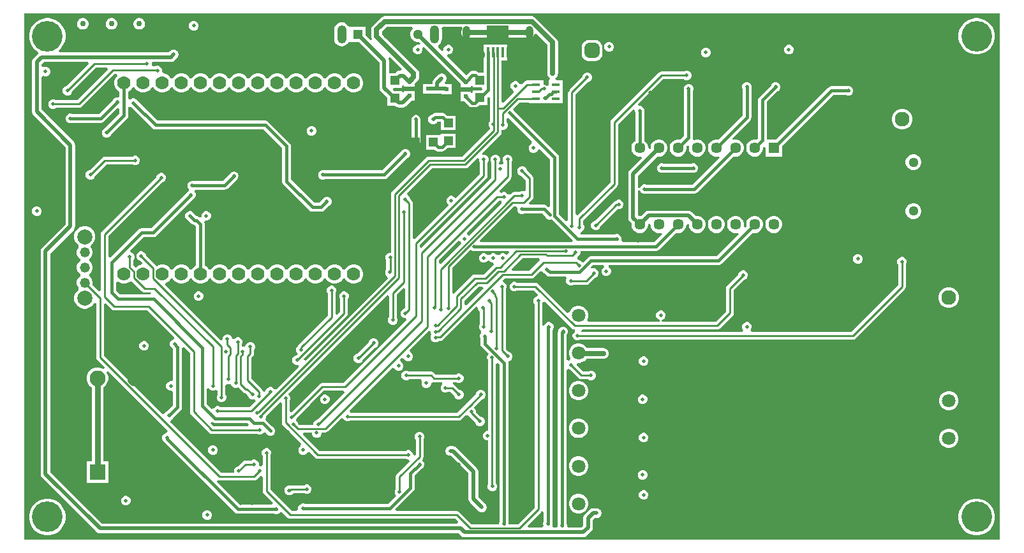
<source format=gbl>
G04*
G04 #@! TF.GenerationSoftware,Altium Limited,Altium Designer,25.5.2 (35)*
G04*
G04 Layer_Physical_Order=4*
G04 Layer_Color=16711680*
%FSLAX23Y23*%
%MOIN*%
G70*
G04*
G04 #@! TF.SameCoordinates,10694D88-6559-4D2D-811B-EC1DD4263B2B*
G04*
G04*
G04 #@! TF.FilePolarity,Positive*
G04*
G01*
G75*
%ADD12C,0.020*%
%ADD13C,0.010*%
%ADD17C,0.015*%
%ADD20R,0.045X0.045*%
%ADD21R,0.045X0.045*%
%ADD51C,0.071*%
%ADD55O,0.040X0.067*%
%ADD56O,0.042X0.049*%
%ADD64C,0.052*%
%ADD65C,0.079*%
%ADD68C,0.025*%
%ADD69C,0.030*%
%ADD70C,0.083*%
%ADD71C,0.077*%
G04:AMPARAMS|DCode=72|XSize=77mil|YSize=77mil|CornerRadius=19mil|HoleSize=0mil|Usage=FLASHONLY|Rotation=180.000|XOffset=0mil|YOffset=0mil|HoleType=Round|Shape=RoundedRectangle|*
%AMROUNDEDRECTD72*
21,1,0.077,0.038,0,0,180.0*
21,1,0.038,0.077,0,0,180.0*
1,1,0.038,-0.019,0.019*
1,1,0.038,0.019,0.019*
1,1,0.038,0.019,-0.019*
1,1,0.038,-0.019,-0.019*
%
%ADD72ROUNDEDRECTD72*%
G04:AMPARAMS|DCode=73|XSize=77mil|YSize=77mil|CornerRadius=19mil|HoleSize=0mil|Usage=FLASHONLY|Rotation=90.000|XOffset=0mil|YOffset=0mil|HoleType=Round|Shape=RoundedRectangle|*
%AMROUNDEDRECTD73*
21,1,0.077,0.038,0,0,90.0*
21,1,0.038,0.077,0,0,90.0*
1,1,0.038,0.019,0.019*
1,1,0.038,0.019,-0.019*
1,1,0.038,-0.019,-0.019*
1,1,0.038,-0.019,0.019*
%
%ADD73ROUNDEDRECTD73*%
%ADD74C,0.051*%
%ADD75O,0.048X0.095*%
%ADD76R,0.051X0.051*%
%ADD77C,0.070*%
%ADD78R,0.057X0.057*%
%ADD79C,0.057*%
%ADD80R,0.083X0.083*%
%ADD81C,0.020*%
%ADD82C,0.030*%
%ADD83C,0.160*%
%ADD84C,0.025*%
%ADD101R,0.114X0.075*%
%ADD102R,0.016X0.053*%
%ADD103R,0.043X0.018*%
%ADD104R,0.024X0.022*%
G36*
X6095Y1000D02*
X1000D01*
Y3755D01*
X6095D01*
Y1000D01*
D02*
G37*
%LPC*%
G36*
X1604Y3730D02*
X1596D01*
X1588Y3728D01*
X1582Y3724D01*
X1576Y3718D01*
X1572Y3712D01*
X1570Y3704D01*
Y3696D01*
X1572Y3688D01*
X1576Y3682D01*
X1582Y3676D01*
X1588Y3672D01*
X1596Y3670D01*
X1604D01*
X1612Y3672D01*
X1618Y3676D01*
X1624Y3682D01*
X1628Y3688D01*
X1630Y3696D01*
Y3704D01*
X1628Y3712D01*
X1624Y3718D01*
X1618Y3724D01*
X1612Y3728D01*
X1604Y3730D01*
D02*
G37*
G36*
X1459D02*
X1451D01*
X1443Y3728D01*
X1437Y3724D01*
X1431Y3718D01*
X1427Y3712D01*
X1425Y3704D01*
Y3696D01*
X1427Y3688D01*
X1431Y3682D01*
X1437Y3676D01*
X1443Y3672D01*
X1451Y3670D01*
X1459D01*
X1467Y3672D01*
X1473Y3676D01*
X1479Y3682D01*
X1483Y3688D01*
X1485Y3696D01*
Y3704D01*
X1483Y3712D01*
X1479Y3718D01*
X1473Y3724D01*
X1467Y3728D01*
X1459Y3730D01*
D02*
G37*
G36*
X1309D02*
X1301D01*
X1293Y3728D01*
X1287Y3724D01*
X1281Y3718D01*
X1277Y3712D01*
X1275Y3704D01*
Y3696D01*
X1277Y3688D01*
X1281Y3682D01*
X1287Y3676D01*
X1293Y3672D01*
X1301Y3670D01*
X1309D01*
X1317Y3672D01*
X1323Y3676D01*
X1329Y3682D01*
X1333Y3688D01*
X1335Y3696D01*
Y3704D01*
X1333Y3712D01*
X1329Y3718D01*
X1323Y3724D01*
X1317Y3728D01*
X1309Y3730D01*
D02*
G37*
G36*
X1890Y3715D02*
X1880D01*
X1871Y3711D01*
X1864Y3704D01*
X1860Y3695D01*
Y3685D01*
X1864Y3676D01*
X1871Y3669D01*
X1880Y3665D01*
X1890D01*
X1899Y3669D01*
X1906Y3676D01*
X1910Y3685D01*
Y3695D01*
X1906Y3704D01*
X1899Y3711D01*
X1890Y3715D01*
D02*
G37*
G36*
X3651Y3740D02*
X2882D01*
X2875Y3739D01*
X2868Y3736D01*
X2863Y3732D01*
X2821Y3690D01*
X2816Y3684D01*
X2814Y3678D01*
X2813Y3670D01*
Y3635D01*
X2814Y3627D01*
X2816Y3621D01*
X2808Y3615D01*
X2783Y3640D01*
Y3686D01*
X2704D01*
X2702Y3686D01*
X2692Y3687D01*
X2692Y3688D01*
X2686Y3696D01*
X2677Y3703D01*
X2668Y3707D01*
X2658Y3708D01*
X2648Y3707D01*
X2638Y3703D01*
X2630Y3696D01*
X2624Y3688D01*
X2620Y3679D01*
X2619Y3669D01*
Y3621D01*
X2620Y3611D01*
X2624Y3602D01*
X2630Y3594D01*
X2638Y3587D01*
X2648Y3583D01*
X2658Y3582D01*
X2668Y3583D01*
X2677Y3587D01*
X2686Y3594D01*
X2692Y3602D01*
X2692Y3603D01*
X2702Y3604D01*
X2704Y3604D01*
X2747D01*
X2855Y3497D01*
Y3365D01*
X2856Y3355D01*
X2862Y3347D01*
X2897Y3312D01*
Y3272D01*
X2937D01*
X2939Y3269D01*
X2948Y3264D01*
X2957Y3262D01*
X2976D01*
X2986Y3264D01*
X2994Y3269D01*
X3021Y3297D01*
X3038D01*
Y3349D01*
X2984D01*
Y3339D01*
X2983Y3339D01*
X2973Y3344D01*
Y3348D01*
X2933D01*
X2925Y3356D01*
X2929Y3365D01*
X2973D01*
Y3375D01*
X2983Y3380D01*
X2984Y3380D01*
Y3371D01*
X3002D01*
X3004Y3371D01*
X3011Y3370D01*
X3018Y3371D01*
X3020Y3371D01*
X3038D01*
Y3385D01*
X3054Y3401D01*
X3058Y3406D01*
X3061Y3413D01*
X3062Y3420D01*
Y3441D01*
X3061Y3448D01*
X3058Y3455D01*
X3054Y3461D01*
X2868Y3646D01*
Y3659D01*
X2894Y3685D01*
X3025D01*
X3029Y3675D01*
X3025Y3670D01*
X3020Y3661D01*
X3017Y3650D01*
Y3640D01*
X3020Y3629D01*
X3025Y3620D01*
X3032Y3612D01*
X3042Y3607D01*
X3052Y3604D01*
X3062D01*
X3070Y3597D01*
X3064Y3588D01*
X3060Y3590D01*
X3050D01*
X3041Y3586D01*
X3034Y3579D01*
X3030Y3570D01*
Y3560D01*
X3034Y3551D01*
X3041Y3544D01*
X3050Y3540D01*
X3060D01*
X3069Y3544D01*
X3076Y3551D01*
X3080Y3560D01*
Y3570D01*
X3078Y3574D01*
X3087Y3580D01*
X3278Y3388D01*
Y3369D01*
X3332D01*
Y3376D01*
X3335Y3378D01*
X3342Y3374D01*
Y3369D01*
X3388D01*
X3392Y3359D01*
X3385Y3351D01*
X3342D01*
Y3340D01*
X3332Y3335D01*
X3332Y3335D01*
Y3346D01*
X3278D01*
Y3294D01*
X3299D01*
X3323Y3269D01*
X3331Y3264D01*
X3340Y3263D01*
X3352D01*
X3361Y3264D01*
X3368Y3269D01*
X3375Y3276D01*
X3418D01*
Y3315D01*
X3422Y3318D01*
X3432Y3313D01*
Y3192D01*
X3429Y3189D01*
X3425Y3180D01*
Y3170D01*
X3429Y3161D01*
X3432Y3158D01*
Y3150D01*
X3287Y3005D01*
X3112D01*
X3112Y3005D01*
X3104Y3004D01*
X3097Y2999D01*
X2922Y2824D01*
X2917Y2817D01*
X2916Y2809D01*
Y2502D01*
X2906D01*
X2897Y2498D01*
X2890Y2491D01*
X2886Y2482D01*
Y2472D01*
X2890Y2463D01*
X2890Y2463D01*
Y2415D01*
X2889Y2414D01*
X2885Y2405D01*
Y2395D01*
X2889Y2386D01*
X2896Y2379D01*
X2898Y2369D01*
X2468Y1939D01*
X2457Y1943D01*
X2457Y1943D01*
X2457Y1943D01*
X2684Y2171D01*
X2689Y2177D01*
X2690Y2185D01*
Y2260D01*
X2691Y2261D01*
X2695Y2270D01*
Y2280D01*
X2691Y2289D01*
X2684Y2296D01*
X2675Y2300D01*
X2665D01*
X2656Y2296D01*
X2649Y2289D01*
X2645Y2280D01*
Y2270D01*
X2649Y2261D01*
X2650Y2260D01*
Y2193D01*
X2635Y2178D01*
X2625Y2182D01*
Y2290D01*
X2626Y2291D01*
X2630Y2300D01*
Y2310D01*
X2626Y2319D01*
X2619Y2326D01*
X2610Y2330D01*
X2600D01*
X2591Y2326D01*
X2584Y2319D01*
X2580Y2310D01*
Y2300D01*
X2584Y2291D01*
X2585Y2290D01*
Y2173D01*
X2432Y2021D01*
X2428Y2015D01*
X2428Y2013D01*
X2424Y2009D01*
X2420Y2000D01*
Y1990D01*
X2424Y1981D01*
X2430Y1974D01*
X2421Y1965D01*
X2420D01*
X2411Y1961D01*
X2404Y1954D01*
X2400Y1945D01*
Y1935D01*
X2404Y1926D01*
X2411Y1919D01*
X2420Y1915D01*
X2429D01*
X2431Y1913D01*
X2434Y1906D01*
X2316Y1787D01*
X2306Y1789D01*
X2299Y1796D01*
X2290Y1800D01*
X2280D01*
X2271Y1796D01*
X2264Y1789D01*
X2260Y1780D01*
X2254Y1776D01*
X2254Y1776D01*
X2244Y1780D01*
X2244Y1783D01*
X2239Y1789D01*
X2185Y1843D01*
Y1952D01*
X2194Y1961D01*
X2199Y1967D01*
X2200Y1975D01*
Y1995D01*
X2201Y1996D01*
X2205Y2005D01*
Y2015D01*
X2201Y2024D01*
X2194Y2031D01*
X2185Y2035D01*
X2175D01*
X2166Y2031D01*
X2159Y2024D01*
X2155Y2015D01*
X2145Y2010D01*
X2145Y2010D01*
X2135D01*
Y2020D01*
X2136Y2021D01*
X2140Y2030D01*
Y2040D01*
X2136Y2049D01*
X2129Y2056D01*
X2120Y2060D01*
X2110D01*
X2101Y2056D01*
X2095Y2050D01*
X2089Y2051D01*
X2085Y2053D01*
Y2055D01*
X2081Y2064D01*
X2074Y2071D01*
X2065Y2075D01*
X2055D01*
X2046Y2071D01*
X2039Y2064D01*
X2035Y2055D01*
Y2048D01*
X2026Y2043D01*
X2026Y2043D01*
X1735Y2333D01*
X1738Y2343D01*
X1739Y2343D01*
X1751Y2350D01*
X1760Y2359D01*
X1765Y2367D01*
X1765Y2367D01*
X1775D01*
X1775Y2367D01*
X1780Y2359D01*
X1789Y2350D01*
X1801Y2343D01*
X1813Y2340D01*
X1827D01*
X1839Y2343D01*
X1851Y2350D01*
X1860Y2359D01*
X1865Y2367D01*
X1865Y2367D01*
X1875D01*
X1875Y2367D01*
X1880Y2359D01*
X1889Y2350D01*
X1901Y2343D01*
X1913Y2340D01*
X1927D01*
X1939Y2343D01*
X1951Y2350D01*
X1960Y2359D01*
X1965Y2367D01*
X1965Y2367D01*
X1975D01*
X1975Y2367D01*
X1980Y2359D01*
X1989Y2350D01*
X2001Y2343D01*
X2013Y2340D01*
X2027D01*
X2039Y2343D01*
X2051Y2350D01*
X2060Y2359D01*
X2065Y2367D01*
X2065Y2367D01*
X2075D01*
X2075Y2367D01*
X2080Y2359D01*
X2089Y2350D01*
X2101Y2343D01*
X2113Y2340D01*
X2127D01*
X2139Y2343D01*
X2151Y2350D01*
X2160Y2359D01*
X2165Y2367D01*
X2165Y2367D01*
X2175D01*
X2175Y2367D01*
X2180Y2359D01*
X2189Y2350D01*
X2201Y2343D01*
X2213Y2340D01*
X2227D01*
X2239Y2343D01*
X2251Y2350D01*
X2260Y2359D01*
X2265Y2367D01*
X2265Y2367D01*
X2275D01*
X2275Y2367D01*
X2280Y2359D01*
X2289Y2350D01*
X2301Y2343D01*
X2313Y2340D01*
X2327D01*
X2339Y2343D01*
X2351Y2350D01*
X2360Y2359D01*
X2365Y2367D01*
X2365Y2367D01*
X2375D01*
X2375Y2367D01*
X2380Y2359D01*
X2389Y2350D01*
X2401Y2343D01*
X2413Y2340D01*
X2427D01*
X2439Y2343D01*
X2451Y2350D01*
X2460Y2359D01*
X2465Y2367D01*
X2465Y2367D01*
X2475D01*
X2475Y2367D01*
X2480Y2359D01*
X2489Y2350D01*
X2501Y2343D01*
X2513Y2340D01*
X2527D01*
X2539Y2343D01*
X2551Y2350D01*
X2560Y2359D01*
X2565Y2367D01*
X2565Y2367D01*
X2575D01*
X2575Y2367D01*
X2580Y2359D01*
X2589Y2350D01*
X2601Y2343D01*
X2613Y2340D01*
X2627D01*
X2639Y2343D01*
X2651Y2350D01*
X2660Y2359D01*
X2665Y2367D01*
X2665Y2367D01*
X2675D01*
X2675Y2367D01*
X2680Y2359D01*
X2689Y2350D01*
X2701Y2343D01*
X2713Y2340D01*
X2727D01*
X2739Y2343D01*
X2751Y2350D01*
X2760Y2359D01*
X2767Y2371D01*
X2770Y2383D01*
Y2397D01*
X2767Y2409D01*
X2760Y2421D01*
X2751Y2430D01*
X2739Y2437D01*
X2727Y2440D01*
X2713D01*
X2701Y2437D01*
X2689Y2430D01*
X2680Y2421D01*
X2675Y2413D01*
X2675Y2413D01*
X2665D01*
X2665Y2413D01*
X2660Y2421D01*
X2651Y2430D01*
X2639Y2437D01*
X2627Y2440D01*
X2613D01*
X2601Y2437D01*
X2589Y2430D01*
X2580Y2421D01*
X2575Y2413D01*
X2575Y2413D01*
X2565D01*
X2565Y2413D01*
X2560Y2421D01*
X2551Y2430D01*
X2539Y2437D01*
X2527Y2440D01*
X2513D01*
X2501Y2437D01*
X2489Y2430D01*
X2480Y2421D01*
X2475Y2413D01*
X2475Y2413D01*
X2465D01*
X2465Y2413D01*
X2460Y2421D01*
X2451Y2430D01*
X2439Y2437D01*
X2427Y2440D01*
X2413D01*
X2401Y2437D01*
X2389Y2430D01*
X2380Y2421D01*
X2375Y2413D01*
X2375Y2413D01*
X2365D01*
X2365Y2413D01*
X2360Y2421D01*
X2351Y2430D01*
X2339Y2437D01*
X2327Y2440D01*
X2313D01*
X2301Y2437D01*
X2289Y2430D01*
X2280Y2421D01*
X2275Y2413D01*
X2275Y2413D01*
X2265D01*
X2265Y2413D01*
X2260Y2421D01*
X2251Y2430D01*
X2239Y2437D01*
X2227Y2440D01*
X2213D01*
X2201Y2437D01*
X2189Y2430D01*
X2180Y2421D01*
X2175Y2413D01*
X2175Y2413D01*
X2165D01*
X2165Y2413D01*
X2160Y2421D01*
X2151Y2430D01*
X2139Y2437D01*
X2127Y2440D01*
X2113D01*
X2101Y2437D01*
X2089Y2430D01*
X2080Y2421D01*
X2075Y2413D01*
X2075Y2413D01*
X2065D01*
X2065Y2413D01*
X2060Y2421D01*
X2051Y2430D01*
X2039Y2437D01*
X2027Y2440D01*
X2013D01*
X2001Y2437D01*
X1989Y2430D01*
X1980Y2421D01*
X1975Y2413D01*
X1975Y2413D01*
X1965D01*
X1965Y2413D01*
X1960Y2421D01*
X1951Y2430D01*
X1943Y2434D01*
Y2650D01*
X1941Y2659D01*
X1939Y2662D01*
X1943Y2668D01*
X1946Y2670D01*
X1955D01*
X1964Y2674D01*
X1971Y2681D01*
X1975Y2690D01*
Y2700D01*
X1971Y2709D01*
X1964Y2716D01*
X1955Y2720D01*
X1945D01*
X1936Y2716D01*
X1929Y2709D01*
X1925Y2700D01*
Y2692D01*
X1921Y2688D01*
X1916Y2687D01*
X1914Y2688D01*
X1907Y2693D01*
X1898Y2695D01*
X1897D01*
X1888Y2704D01*
X1886Y2709D01*
X1879Y2716D01*
X1870Y2720D01*
X1860D01*
X1851Y2716D01*
X1844Y2709D01*
X1840Y2700D01*
Y2690D01*
X1844Y2681D01*
X1851Y2674D01*
X1856Y2672D01*
X1872Y2656D01*
X1879Y2651D01*
X1888Y2649D01*
X1888D01*
X1897Y2640D01*
Y2434D01*
X1889Y2430D01*
X1880Y2421D01*
X1875Y2413D01*
X1875Y2413D01*
X1865D01*
X1865Y2413D01*
X1860Y2421D01*
X1851Y2430D01*
X1839Y2437D01*
X1827Y2440D01*
X1813D01*
X1801Y2437D01*
X1789Y2430D01*
X1780Y2421D01*
X1775Y2413D01*
X1775Y2413D01*
X1765D01*
X1765Y2413D01*
X1760Y2421D01*
X1751Y2430D01*
X1739Y2437D01*
X1727Y2440D01*
X1713D01*
X1701Y2437D01*
X1691Y2431D01*
X1687Y2436D01*
X1687Y2436D01*
X1635Y2489D01*
Y2490D01*
X1631Y2499D01*
X1624Y2506D01*
X1615Y2510D01*
X1605D01*
X1596Y2506D01*
X1589Y2499D01*
X1585Y2490D01*
Y2480D01*
X1589Y2471D01*
X1596Y2464D01*
X1605Y2460D01*
X1606D01*
X1617Y2449D01*
X1616Y2447D01*
X1612Y2440D01*
X1601Y2437D01*
X1589Y2430D01*
X1582Y2423D01*
X1570Y2435D01*
Y2465D01*
X1571Y2466D01*
X1575Y2475D01*
Y2485D01*
X1571Y2494D01*
X1564Y2501D01*
X1556Y2505D01*
X1554Y2510D01*
X1552Y2515D01*
X1622Y2585D01*
X1672D01*
X1681Y2586D01*
X1689Y2591D01*
X1879Y2782D01*
X1884Y2784D01*
X1891Y2791D01*
X1895Y2800D01*
Y2810D01*
X1891Y2819D01*
X1888Y2822D01*
X1892Y2832D01*
X2045D01*
X2054Y2834D01*
X2061Y2839D01*
X2111Y2889D01*
X2116Y2896D01*
X2118Y2905D01*
X2116Y2914D01*
X2111Y2921D01*
X2104Y2926D01*
X2095Y2928D01*
X2086Y2926D01*
X2079Y2921D01*
X2035Y2878D01*
X1875D01*
X1866Y2876D01*
X1859Y2871D01*
X1854Y2864D01*
X1852Y2855D01*
X1854Y2846D01*
X1859Y2839D01*
X1859Y2838D01*
X1858Y2827D01*
X1856Y2826D01*
X1849Y2819D01*
X1847Y2814D01*
X1663Y2630D01*
X1612D01*
X1604Y2629D01*
X1596Y2624D01*
X1448Y2476D01*
X1438Y2480D01*
Y2590D01*
X1719Y2870D01*
X1720D01*
X1729Y2874D01*
X1736Y2881D01*
X1740Y2890D01*
Y2900D01*
X1736Y2909D01*
X1729Y2916D01*
X1720Y2920D01*
X1710D01*
X1701Y2916D01*
X1694Y2909D01*
X1690Y2900D01*
Y2899D01*
X1404Y2612D01*
X1399Y2606D01*
X1398Y2598D01*
Y2306D01*
X1388Y2302D01*
X1355Y2336D01*
X1356Y2341D01*
Y2352D01*
X1353Y2362D01*
X1348Y2371D01*
X1340Y2379D01*
X1339Y2380D01*
Y2391D01*
X1340Y2392D01*
X1348Y2400D01*
X1353Y2409D01*
X1356Y2420D01*
Y2430D01*
X1353Y2441D01*
X1348Y2450D01*
X1340Y2458D01*
X1339Y2459D01*
Y2470D01*
X1340Y2471D01*
X1348Y2479D01*
X1353Y2488D01*
X1356Y2498D01*
Y2509D01*
X1353Y2520D01*
X1348Y2529D01*
X1347Y2530D01*
X1348Y2543D01*
X1348Y2543D01*
X1359Y2553D01*
X1366Y2565D01*
X1370Y2579D01*
Y2594D01*
X1366Y2607D01*
X1359Y2620D01*
X1348Y2630D01*
X1336Y2637D01*
X1322Y2641D01*
X1308D01*
X1294Y2637D01*
X1282Y2630D01*
X1271Y2620D01*
X1264Y2607D01*
X1260Y2594D01*
Y2579D01*
X1264Y2565D01*
X1271Y2553D01*
X1282Y2543D01*
X1282Y2543D01*
X1283Y2530D01*
X1282Y2529D01*
X1277Y2520D01*
X1274Y2509D01*
Y2498D01*
X1277Y2488D01*
X1282Y2479D01*
X1290Y2471D01*
X1291Y2470D01*
Y2459D01*
X1290Y2458D01*
X1282Y2450D01*
X1277Y2441D01*
X1274Y2430D01*
Y2420D01*
X1277Y2409D01*
X1282Y2400D01*
X1290Y2392D01*
X1291Y2391D01*
Y2380D01*
X1290Y2379D01*
X1282Y2371D01*
X1277Y2362D01*
X1274Y2352D01*
Y2341D01*
X1277Y2330D01*
X1282Y2321D01*
X1283Y2320D01*
X1282Y2307D01*
X1282Y2307D01*
X1271Y2297D01*
X1264Y2285D01*
X1260Y2271D01*
Y2256D01*
X1264Y2243D01*
X1271Y2230D01*
X1282Y2220D01*
X1294Y2213D01*
X1308Y2209D01*
X1322D01*
X1336Y2213D01*
X1348Y2220D01*
X1359Y2230D01*
X1365Y2241D01*
X1375Y2239D01*
Y1954D01*
X1376Y1946D01*
X1381Y1940D01*
X1419Y1901D01*
X1413Y1893D01*
X1403Y1899D01*
X1389Y1902D01*
X1374D01*
X1360Y1899D01*
X1347Y1891D01*
X1336Y1881D01*
X1329Y1868D01*
X1325Y1853D01*
Y1839D01*
X1329Y1824D01*
X1336Y1811D01*
X1347Y1801D01*
X1351Y1798D01*
Y1410D01*
X1325D01*
Y1298D01*
X1438D01*
Y1410D01*
X1412D01*
Y1798D01*
X1416Y1801D01*
X1427Y1811D01*
X1434Y1824D01*
X1438Y1839D01*
Y1853D01*
X1434Y1868D01*
X1428Y1878D01*
X1436Y1884D01*
X1750Y1570D01*
X1746Y1560D01*
X1740D01*
X1731Y1556D01*
X1724Y1549D01*
X1720Y1540D01*
Y1530D01*
X1724Y1521D01*
X1726Y1518D01*
X1730Y1513D01*
X2099Y1144D01*
X2107Y1139D01*
X2115Y1137D01*
X2305D01*
X2310Y1135D01*
X2320D01*
X2329Y1139D01*
X2336Y1146D01*
X2344Y1147D01*
X2376Y1116D01*
X2382Y1111D01*
X2390Y1110D01*
X3252D01*
X3266Y1095D01*
X3263Y1085D01*
X1406D01*
X1135Y1356D01*
Y2499D01*
X1258Y2622D01*
X1264Y2630D01*
X1265Y2640D01*
Y3065D01*
X1264Y3075D01*
X1258Y3083D01*
X1090Y3251D01*
Y3421D01*
X1100Y3427D01*
X1105Y3425D01*
X1115D01*
X1124Y3429D01*
X1131Y3436D01*
X1135Y3445D01*
Y3455D01*
X1131Y3464D01*
X1124Y3471D01*
X1115Y3475D01*
X1105D01*
X1100Y3473D01*
X1090Y3479D01*
Y3489D01*
X1101Y3500D01*
X1333D01*
X1336Y3490D01*
X1221Y3375D01*
X1220D01*
X1211Y3371D01*
X1204Y3364D01*
X1200Y3355D01*
Y3345D01*
X1204Y3336D01*
X1211Y3329D01*
X1220Y3325D01*
X1230D01*
X1239Y3329D01*
X1246Y3336D01*
X1250Y3345D01*
Y3346D01*
X1373Y3470D01*
X1433D01*
X1437Y3460D01*
X1277Y3300D01*
X1165D01*
X1164Y3301D01*
X1155Y3305D01*
X1145D01*
X1136Y3301D01*
X1129Y3294D01*
X1125Y3285D01*
Y3275D01*
X1129Y3266D01*
X1136Y3259D01*
X1145Y3255D01*
X1155D01*
X1164Y3259D01*
X1165Y3260D01*
X1285D01*
X1293Y3261D01*
X1299Y3266D01*
X1470Y3437D01*
X1482D01*
X1486Y3427D01*
X1480Y3421D01*
X1473Y3409D01*
X1470Y3397D01*
Y3383D01*
X1473Y3371D01*
X1480Y3359D01*
X1489Y3350D01*
X1497Y3346D01*
Y3320D01*
X1490Y3315D01*
X1480D01*
X1471Y3311D01*
X1464Y3304D01*
X1462Y3299D01*
X1390Y3228D01*
X1250D01*
X1245Y3230D01*
X1235D01*
X1226Y3226D01*
X1219Y3219D01*
X1215Y3210D01*
Y3200D01*
X1219Y3191D01*
X1226Y3184D01*
X1235Y3180D01*
X1245D01*
X1250Y3182D01*
X1400D01*
X1409Y3184D01*
X1416Y3189D01*
X1487Y3260D01*
X1497Y3255D01*
Y3230D01*
X1421Y3153D01*
X1416Y3151D01*
X1409Y3144D01*
X1405Y3135D01*
Y3125D01*
X1409Y3116D01*
X1416Y3109D01*
X1425Y3105D01*
X1435D01*
X1444Y3109D01*
X1451Y3116D01*
X1453Y3121D01*
X1536Y3204D01*
X1541Y3211D01*
X1543Y3220D01*
Y3263D01*
X1553Y3267D01*
X1556Y3264D01*
X1561Y3262D01*
X1669Y3154D01*
X1676Y3149D01*
X1685Y3147D01*
X2250D01*
X2347Y3050D01*
Y2875D01*
X2349Y2866D01*
X2354Y2859D01*
X2489Y2724D01*
X2496Y2719D01*
X2505Y2717D01*
X2550D01*
X2559Y2719D01*
X2566Y2724D01*
X2589Y2747D01*
X2594Y2749D01*
X2601Y2756D01*
X2605Y2765D01*
Y2775D01*
X2601Y2784D01*
X2594Y2791D01*
X2585Y2795D01*
X2575D01*
X2566Y2791D01*
X2559Y2784D01*
X2557Y2779D01*
X2540Y2763D01*
X2515D01*
X2393Y2885D01*
Y3060D01*
X2391Y3069D01*
X2386Y3076D01*
X2276Y3186D01*
X2269Y3191D01*
X2260Y3193D01*
X1695D01*
X1593Y3294D01*
X1591Y3299D01*
X1584Y3306D01*
X1575Y3310D01*
X1565D01*
X1556Y3306D01*
X1553Y3303D01*
X1543Y3307D01*
Y3346D01*
X1551Y3350D01*
X1560Y3359D01*
X1565Y3367D01*
X1565Y3367D01*
X1575D01*
X1575Y3367D01*
X1580Y3359D01*
X1589Y3350D01*
X1601Y3343D01*
X1613Y3340D01*
X1627D01*
X1639Y3343D01*
X1651Y3350D01*
X1660Y3359D01*
X1665Y3367D01*
X1665Y3367D01*
X1675D01*
X1675Y3367D01*
X1680Y3359D01*
X1689Y3350D01*
X1701Y3343D01*
X1713Y3340D01*
X1727D01*
X1739Y3343D01*
X1751Y3350D01*
X1760Y3359D01*
X1765Y3367D01*
X1765Y3367D01*
X1775D01*
X1775Y3367D01*
X1780Y3359D01*
X1789Y3350D01*
X1801Y3343D01*
X1813Y3340D01*
X1827D01*
X1839Y3343D01*
X1851Y3350D01*
X1860Y3359D01*
X1865Y3367D01*
X1865Y3367D01*
X1875D01*
X1875Y3367D01*
X1880Y3359D01*
X1889Y3350D01*
X1901Y3343D01*
X1913Y3340D01*
X1927D01*
X1939Y3343D01*
X1951Y3350D01*
X1960Y3359D01*
X1965Y3367D01*
X1965Y3367D01*
X1975D01*
X1975Y3367D01*
X1980Y3359D01*
X1989Y3350D01*
X2001Y3343D01*
X2013Y3340D01*
X2027D01*
X2039Y3343D01*
X2051Y3350D01*
X2060Y3359D01*
X2065Y3367D01*
X2065Y3367D01*
X2075D01*
X2075Y3367D01*
X2080Y3359D01*
X2089Y3350D01*
X2101Y3343D01*
X2113Y3340D01*
X2127D01*
X2139Y3343D01*
X2151Y3350D01*
X2160Y3359D01*
X2165Y3367D01*
X2165Y3367D01*
X2175D01*
X2175Y3367D01*
X2180Y3359D01*
X2189Y3350D01*
X2201Y3343D01*
X2213Y3340D01*
X2227D01*
X2239Y3343D01*
X2251Y3350D01*
X2260Y3359D01*
X2265Y3367D01*
X2265Y3367D01*
X2275D01*
X2275Y3367D01*
X2280Y3359D01*
X2289Y3350D01*
X2301Y3343D01*
X2313Y3340D01*
X2327D01*
X2339Y3343D01*
X2351Y3350D01*
X2360Y3359D01*
X2365Y3367D01*
X2365Y3367D01*
X2375D01*
X2375Y3367D01*
X2380Y3359D01*
X2389Y3350D01*
X2401Y3343D01*
X2413Y3340D01*
X2427D01*
X2439Y3343D01*
X2451Y3350D01*
X2460Y3359D01*
X2465Y3367D01*
X2465Y3367D01*
X2475D01*
X2475Y3367D01*
X2480Y3359D01*
X2489Y3350D01*
X2501Y3343D01*
X2513Y3340D01*
X2527D01*
X2539Y3343D01*
X2551Y3350D01*
X2560Y3359D01*
X2565Y3367D01*
X2565Y3367D01*
X2575D01*
X2575Y3367D01*
X2580Y3359D01*
X2589Y3350D01*
X2601Y3343D01*
X2613Y3340D01*
X2627D01*
X2639Y3343D01*
X2651Y3350D01*
X2660Y3359D01*
X2665Y3367D01*
X2665Y3367D01*
X2675D01*
X2675Y3367D01*
X2680Y3359D01*
X2689Y3350D01*
X2701Y3343D01*
X2713Y3340D01*
X2727D01*
X2739Y3343D01*
X2751Y3350D01*
X2760Y3359D01*
X2767Y3371D01*
X2770Y3383D01*
Y3397D01*
X2767Y3409D01*
X2760Y3421D01*
X2751Y3430D01*
X2739Y3437D01*
X2727Y3440D01*
X2713D01*
X2701Y3437D01*
X2689Y3430D01*
X2680Y3421D01*
X2675Y3413D01*
X2675Y3413D01*
X2665D01*
X2665Y3413D01*
X2660Y3421D01*
X2651Y3430D01*
X2639Y3437D01*
X2627Y3440D01*
X2613D01*
X2601Y3437D01*
X2589Y3430D01*
X2580Y3421D01*
X2575Y3413D01*
X2575Y3413D01*
X2565D01*
X2565Y3413D01*
X2560Y3421D01*
X2551Y3430D01*
X2539Y3437D01*
X2527Y3440D01*
X2513D01*
X2501Y3437D01*
X2489Y3430D01*
X2480Y3421D01*
X2475Y3413D01*
X2475Y3413D01*
X2465D01*
X2465Y3413D01*
X2460Y3421D01*
X2451Y3430D01*
X2439Y3437D01*
X2427Y3440D01*
X2413D01*
X2401Y3437D01*
X2389Y3430D01*
X2380Y3421D01*
X2375Y3413D01*
X2375Y3413D01*
X2365D01*
X2365Y3413D01*
X2360Y3421D01*
X2351Y3430D01*
X2339Y3437D01*
X2327Y3440D01*
X2313D01*
X2301Y3437D01*
X2289Y3430D01*
X2280Y3421D01*
X2275Y3413D01*
X2275Y3413D01*
X2265D01*
X2265Y3413D01*
X2260Y3421D01*
X2251Y3430D01*
X2239Y3437D01*
X2227Y3440D01*
X2213D01*
X2201Y3437D01*
X2189Y3430D01*
X2180Y3421D01*
X2175Y3413D01*
X2175Y3413D01*
X2165D01*
X2165Y3413D01*
X2160Y3421D01*
X2151Y3430D01*
X2139Y3437D01*
X2127Y3440D01*
X2113D01*
X2101Y3437D01*
X2089Y3430D01*
X2080Y3421D01*
X2075Y3413D01*
X2075Y3413D01*
X2065D01*
X2065Y3413D01*
X2060Y3421D01*
X2051Y3430D01*
X2039Y3437D01*
X2027Y3440D01*
X2013D01*
X2001Y3437D01*
X1989Y3430D01*
X1980Y3421D01*
X1975Y3413D01*
X1975Y3413D01*
X1965D01*
X1965Y3413D01*
X1960Y3421D01*
X1951Y3430D01*
X1939Y3437D01*
X1927Y3440D01*
X1913D01*
X1901Y3437D01*
X1889Y3430D01*
X1880Y3421D01*
X1875Y3413D01*
X1875Y3413D01*
X1865D01*
X1865Y3413D01*
X1860Y3421D01*
X1851Y3430D01*
X1839Y3437D01*
X1827Y3440D01*
X1813D01*
X1801Y3437D01*
X1789Y3430D01*
X1780Y3421D01*
X1775Y3413D01*
X1775Y3413D01*
X1765D01*
X1765Y3413D01*
X1760Y3421D01*
X1751Y3430D01*
X1739Y3437D01*
X1727Y3440D01*
X1720Y3450D01*
X1720Y3450D01*
Y3460D01*
X1716Y3469D01*
X1709Y3476D01*
X1700Y3480D01*
X1690D01*
X1684Y3477D01*
X1670D01*
X1665Y3485D01*
Y3495D01*
X1668Y3500D01*
X1765D01*
X1775Y3501D01*
X1783Y3507D01*
X1798Y3522D01*
X1799Y3524D01*
X1801Y3526D01*
X1802Y3528D01*
X1804Y3530D01*
X1804Y3533D01*
X1805Y3535D01*
Y3538D01*
X1805Y3540D01*
X1805Y3542D01*
Y3545D01*
X1804Y3547D01*
X1804Y3550D01*
X1802Y3552D01*
X1801Y3554D01*
X1799Y3556D01*
X1798Y3558D01*
X1796Y3559D01*
X1794Y3561D01*
X1792Y3562D01*
X1790Y3564D01*
X1787Y3564D01*
X1785Y3565D01*
X1782D01*
X1780Y3565D01*
X1778Y3565D01*
X1775D01*
X1773Y3564D01*
X1770Y3564D01*
X1768Y3562D01*
X1766Y3561D01*
X1764Y3559D01*
X1762Y3558D01*
X1754Y3550D01*
X1183D01*
X1179Y3560D01*
X1181Y3561D01*
X1194Y3574D01*
X1204Y3590D01*
X1211Y3607D01*
X1215Y3626D01*
Y3644D01*
X1211Y3663D01*
X1204Y3680D01*
X1194Y3696D01*
X1181Y3709D01*
X1165Y3719D01*
X1148Y3726D01*
X1129Y3730D01*
X1111D01*
X1092Y3726D01*
X1075Y3719D01*
X1059Y3709D01*
X1046Y3696D01*
X1036Y3680D01*
X1029Y3663D01*
X1025Y3644D01*
Y3626D01*
X1029Y3607D01*
X1036Y3590D01*
X1046Y3574D01*
X1059Y3561D01*
X1070Y3554D01*
X1071Y3547D01*
X1071Y3543D01*
X1071Y3542D01*
X1047Y3518D01*
X1041Y3510D01*
X1040Y3500D01*
Y3240D01*
X1041Y3230D01*
X1047Y3222D01*
X1215Y3054D01*
Y2651D01*
X1092Y2528D01*
X1086Y2520D01*
X1085Y2510D01*
Y1345D01*
X1086Y1335D01*
X1092Y1327D01*
X1377Y1042D01*
X1385Y1036D01*
X1395Y1035D01*
X3269D01*
X3282Y1022D01*
X3290Y1016D01*
X3300Y1015D01*
X3920D01*
X3930Y1016D01*
X3938Y1022D01*
X3963Y1047D01*
X3969Y1055D01*
X3970Y1065D01*
Y1104D01*
X3981Y1115D01*
X3990D01*
X3992Y1115D01*
X3995D01*
X3997Y1116D01*
X4000Y1116D01*
X4002Y1118D01*
X4004Y1119D01*
X4006Y1121D01*
X4008Y1122D01*
X4009Y1124D01*
X4011Y1126D01*
X4012Y1128D01*
X4014Y1130D01*
X4014Y1133D01*
X4015Y1135D01*
Y1138D01*
X4015Y1140D01*
X4015Y1142D01*
Y1145D01*
X4014Y1147D01*
X4014Y1150D01*
X4012Y1152D01*
X4011Y1154D01*
X4009Y1156D01*
X4008Y1158D01*
X4006Y1159D01*
X4004Y1161D01*
X4002Y1162D01*
X4000Y1164D01*
X3997Y1164D01*
X3995Y1165D01*
X3992D01*
X3990Y1165D01*
X3971D01*
X3961Y1164D01*
X3953Y1158D01*
X3927Y1132D01*
X3921Y1124D01*
X3920Y1114D01*
Y1076D01*
X3909Y1065D01*
X3838D01*
X3835Y1070D01*
Y1080D01*
X3833Y1085D01*
Y1888D01*
X3836Y1890D01*
X3843Y1893D01*
X3850Y1890D01*
X3851D01*
X3896Y1846D01*
X3896Y1846D01*
X3902Y1841D01*
X3910Y1840D01*
X3945D01*
X3946Y1839D01*
X3955Y1835D01*
X3965D01*
X3974Y1839D01*
X3981Y1846D01*
X3985Y1855D01*
Y1865D01*
X3981Y1874D01*
X3974Y1881D01*
X3965Y1885D01*
X3955D01*
X3946Y1881D01*
X3945Y1880D01*
X3918D01*
X3885Y1914D01*
X3886Y1917D01*
X3888Y1926D01*
X3902D01*
X3914Y1930D01*
X3926Y1936D01*
X3935Y1946D01*
X3936Y1947D01*
X4025D01*
X4032Y1948D01*
X4039Y1951D01*
X4045Y1955D01*
X4049Y1961D01*
X4052Y1968D01*
X4053Y1975D01*
X4052Y1982D01*
X4049Y1989D01*
X4045Y1995D01*
X4039Y1999D01*
X4032Y2002D01*
X4025Y2003D01*
X3938D01*
X3935Y2008D01*
X3926Y2017D01*
X3914Y2024D01*
X3902Y2027D01*
X3888D01*
X3876Y2024D01*
X3864Y2017D01*
X3855Y2008D01*
X3848Y1996D01*
X3845Y1983D01*
Y1970D01*
X3848Y1957D01*
X3852Y1950D01*
X3851Y1947D01*
X3848Y1940D01*
X3847Y1939D01*
X3843Y1937D01*
X3836Y1940D01*
X3833Y1942D01*
Y2073D01*
X3836Y2076D01*
X3840Y2085D01*
Y2095D01*
X3836Y2104D01*
X3829Y2111D01*
X3820Y2115D01*
X3810D01*
X3801Y2111D01*
X3794Y2104D01*
X3790Y2095D01*
Y2094D01*
X3789Y2092D01*
X3787Y2084D01*
Y1085D01*
X3785Y1080D01*
Y1070D01*
X3782Y1065D01*
X3764D01*
X3758Y1075D01*
X3760Y1080D01*
Y1090D01*
X3758Y1095D01*
Y2098D01*
X3761Y2101D01*
X3765Y2110D01*
Y2120D01*
X3761Y2129D01*
X3754Y2136D01*
X3745Y2140D01*
X3735D01*
X3726Y2136D01*
X3719Y2129D01*
X3715Y2120D01*
X3712Y2120D01*
X3705Y2122D01*
Y2235D01*
X3706Y2236D01*
X3709Y2243D01*
X3716Y2246D01*
X3720Y2246D01*
X3861Y2106D01*
X3867Y2101D01*
X3875Y2100D01*
X3875Y2099D01*
X3876Y2090D01*
X3875Y2089D01*
X3868Y2082D01*
X3864Y2073D01*
Y2063D01*
X3868Y2054D01*
X3875Y2047D01*
X3884Y2043D01*
X3894D01*
X3903Y2047D01*
X3904Y2047D01*
X5328D01*
X5336Y2049D01*
X5342Y2053D01*
X5599Y2311D01*
X5604Y2317D01*
X5605Y2325D01*
Y2440D01*
X5606Y2441D01*
X5610Y2450D01*
Y2460D01*
X5606Y2469D01*
X5599Y2476D01*
X5590Y2480D01*
X5580D01*
X5571Y2476D01*
X5564Y2469D01*
X5560Y2460D01*
Y2450D01*
X5564Y2441D01*
X5565Y2440D01*
Y2333D01*
X5319Y2088D01*
X4798D01*
X4793Y2098D01*
X4796Y2101D01*
X4800Y2110D01*
Y2120D01*
X4796Y2129D01*
X4789Y2136D01*
X4780Y2140D01*
X4770D01*
X4761Y2136D01*
X4754Y2129D01*
X4750Y2120D01*
Y2110D01*
X4754Y2101D01*
X4757Y2098D01*
X4752Y2088D01*
X3911D01*
X3910Y2090D01*
X3915Y2100D01*
X4619D01*
X4627Y2101D01*
X4634Y2106D01*
X4701Y2173D01*
X4705Y2179D01*
X4707Y2187D01*
Y2308D01*
X4759Y2360D01*
X4760D01*
X4769Y2364D01*
X4776Y2371D01*
X4780Y2380D01*
Y2390D01*
X4776Y2399D01*
X4769Y2406D01*
X4760Y2410D01*
X4750D01*
X4741Y2406D01*
X4734Y2399D01*
X4730Y2390D01*
Y2389D01*
X4672Y2331D01*
X4667Y2324D01*
X4666Y2316D01*
Y2195D01*
X4611Y2140D01*
X4331D01*
X4330Y2150D01*
X4339Y2154D01*
X4346Y2161D01*
X4350Y2170D01*
Y2180D01*
X4346Y2189D01*
X4339Y2196D01*
X4330Y2200D01*
X4320D01*
X4311Y2196D01*
X4304Y2189D01*
X4300Y2180D01*
Y2170D01*
X4304Y2161D01*
X4311Y2154D01*
X4320Y2150D01*
X4319Y2140D01*
X3946D01*
X3940Y2150D01*
X3942Y2154D01*
X3945Y2167D01*
Y2180D01*
X3942Y2193D01*
X3935Y2205D01*
X3926Y2214D01*
X3914Y2221D01*
X3902Y2224D01*
X3888D01*
X3876Y2221D01*
X3864Y2214D01*
X3855Y2205D01*
X3848Y2193D01*
X3847Y2191D01*
X3836Y2188D01*
X3684Y2339D01*
X3678Y2344D01*
X3670Y2345D01*
X3575D01*
X3574Y2346D01*
X3565Y2350D01*
X3555D01*
X3546Y2346D01*
X3539Y2339D01*
X3535Y2330D01*
Y2320D01*
X3539Y2311D01*
X3546Y2304D01*
X3555Y2300D01*
X3565D01*
X3574Y2304D01*
X3575Y2305D01*
X3662D01*
X3681Y2285D01*
X3681Y2281D01*
X3678Y2274D01*
X3671Y2271D01*
X3664Y2264D01*
X3660Y2255D01*
Y2245D01*
X3664Y2236D01*
X3665Y2235D01*
Y1168D01*
X3579Y1082D01*
X3530D01*
Y1089D01*
X3528Y1094D01*
Y1926D01*
X3530Y1935D01*
X3539Y1939D01*
X3546Y1946D01*
X3550Y1955D01*
Y1965D01*
X3546Y1974D01*
X3539Y1981D01*
X3530Y1985D01*
X3529D01*
X3515Y1998D01*
Y2310D01*
X3516Y2311D01*
X3520Y2320D01*
Y2330D01*
X3516Y2339D01*
X3509Y2346D01*
X3503Y2349D01*
X3500Y2359D01*
X3508Y2368D01*
X3648D01*
X3656Y2369D01*
X3662Y2374D01*
X3696Y2407D01*
X3707Y2404D01*
X3709Y2401D01*
X3716Y2394D01*
X3721Y2392D01*
X3729Y2384D01*
X3736Y2379D01*
X3745Y2377D01*
X3828D01*
X3830Y2374D01*
X3833Y2367D01*
X3830Y2360D01*
Y2350D01*
X3834Y2341D01*
X3841Y2334D01*
X3850Y2330D01*
X3860D01*
X3869Y2334D01*
X3870Y2335D01*
X3935D01*
X3943Y2336D01*
X3949Y2341D01*
X3979Y2370D01*
X3980D01*
X3989Y2374D01*
X3996Y2381D01*
X4000Y2390D01*
Y2400D01*
X3996Y2409D01*
X3989Y2416D01*
X3980Y2420D01*
X3970D01*
X3964Y2417D01*
X3958Y2426D01*
X3969Y2437D01*
X4026D01*
X4028Y2427D01*
X4026Y2426D01*
X4019Y2419D01*
X4015Y2410D01*
Y2400D01*
X4019Y2391D01*
X4026Y2384D01*
X4035Y2380D01*
X4045D01*
X4054Y2384D01*
X4061Y2391D01*
X4065Y2400D01*
Y2410D01*
X4061Y2419D01*
X4054Y2426D01*
X4052Y2427D01*
X4054Y2437D01*
X4625D01*
X4634Y2439D01*
X4641Y2444D01*
X4805Y2607D01*
X4809Y2606D01*
X4821D01*
X4832Y2609D01*
X4842Y2615D01*
X4850Y2623D01*
X4856Y2633D01*
X4859Y2644D01*
Y2656D01*
X4856Y2667D01*
X4850Y2677D01*
X4842Y2685D01*
X4832Y2691D01*
X4821Y2694D01*
X4809D01*
X4798Y2691D01*
X4788Y2685D01*
X4780Y2677D01*
X4774Y2667D01*
X4771Y2656D01*
Y2644D01*
X4772Y2641D01*
X4766Y2635D01*
X4758Y2640D01*
X4759Y2644D01*
Y2656D01*
X4756Y2667D01*
X4750Y2677D01*
X4742Y2685D01*
X4732Y2691D01*
X4721Y2694D01*
X4709D01*
X4698Y2691D01*
X4688Y2685D01*
X4680Y2677D01*
X4674Y2667D01*
X4671Y2656D01*
Y2644D01*
X4674Y2633D01*
X4680Y2623D01*
X4688Y2615D01*
X4698Y2609D01*
X4709Y2606D01*
X4721D01*
X4726Y2608D01*
X4731Y2599D01*
X4615Y2483D01*
X3960D01*
X3951Y2481D01*
X3943Y2476D01*
X3919Y2452D01*
X3914Y2456D01*
X3905Y2460D01*
X3902D01*
X3896Y2466D01*
X3889Y2471D01*
X3889Y2471D01*
X3888Y2481D01*
X3894Y2484D01*
X3901Y2491D01*
X3905Y2500D01*
Y2510D01*
X3906Y2512D01*
X4300D01*
X4309Y2514D01*
X4316Y2519D01*
X4405Y2607D01*
X4409Y2606D01*
X4421D01*
X4432Y2609D01*
X4442Y2615D01*
X4450Y2623D01*
X4456Y2633D01*
X4459Y2644D01*
Y2649D01*
X4459Y2649D01*
X4469Y2654D01*
X4471Y2652D01*
Y2644D01*
X4474Y2633D01*
X4480Y2623D01*
X4488Y2615D01*
X4498Y2609D01*
X4509Y2606D01*
X4521D01*
X4532Y2609D01*
X4542Y2615D01*
X4550Y2623D01*
X4556Y2633D01*
X4559Y2644D01*
Y2656D01*
X4556Y2667D01*
X4550Y2677D01*
X4542Y2685D01*
X4532Y2691D01*
X4521Y2694D01*
X4509D01*
X4508Y2693D01*
X4486Y2715D01*
X4478Y2720D01*
X4468Y2722D01*
X4262D01*
X4252Y2720D01*
X4244Y2715D01*
X4222Y2693D01*
X4221Y2694D01*
X4209D01*
X4205Y2703D01*
Y2829D01*
X4215Y2830D01*
X4219Y2821D01*
X4226Y2814D01*
X4235Y2810D01*
X4245D01*
X4250Y2812D01*
X4500D01*
X4509Y2814D01*
X4516Y2819D01*
X4705Y3007D01*
X4709Y3006D01*
X4721D01*
X4732Y3009D01*
X4742Y3015D01*
X4750Y3023D01*
X4756Y3033D01*
X4759Y3044D01*
Y3056D01*
X4756Y3067D01*
X4750Y3077D01*
X4742Y3085D01*
X4732Y3091D01*
X4721Y3094D01*
X4709D01*
X4704Y3092D01*
X4699Y3101D01*
X4791Y3194D01*
X4796Y3201D01*
X4798Y3210D01*
Y3360D01*
X4800Y3365D01*
Y3375D01*
X4796Y3384D01*
X4789Y3391D01*
X4780Y3395D01*
X4770D01*
X4761Y3391D01*
X4754Y3384D01*
X4750Y3375D01*
Y3365D01*
X4752Y3360D01*
Y3220D01*
X4625Y3093D01*
X4621Y3094D01*
X4609D01*
X4598Y3091D01*
X4588Y3085D01*
X4580Y3077D01*
X4574Y3067D01*
X4571Y3056D01*
Y3044D01*
X4574Y3033D01*
X4580Y3023D01*
X4588Y3015D01*
X4598Y3009D01*
X4609Y3006D01*
X4621D01*
X4626Y3008D01*
X4631Y2999D01*
X4490Y2858D01*
X4250D01*
X4245Y2860D01*
X4235D01*
X4226Y2856D01*
X4219Y2849D01*
X4215Y2840D01*
X4205Y2841D01*
Y2904D01*
X4308Y3007D01*
X4309Y3006D01*
X4321D01*
X4332Y3009D01*
X4342Y3015D01*
X4350Y3023D01*
X4356Y3033D01*
X4359Y3044D01*
Y3056D01*
X4356Y3067D01*
X4350Y3077D01*
X4342Y3085D01*
X4332Y3091D01*
X4321Y3094D01*
X4309D01*
X4298Y3091D01*
X4288Y3085D01*
X4280Y3077D01*
X4274Y3067D01*
X4271Y3056D01*
Y3048D01*
X4269Y3046D01*
X4259Y3051D01*
X4259Y3051D01*
Y3056D01*
X4256Y3067D01*
X4250Y3077D01*
X4242Y3085D01*
X4238Y3087D01*
Y3235D01*
X4240Y3240D01*
Y3250D01*
X4236Y3259D01*
X4229Y3266D01*
X4220Y3270D01*
X4212D01*
X4208Y3275D01*
X4207Y3279D01*
X4337Y3410D01*
X4445D01*
X4446Y3409D01*
X4455Y3405D01*
X4465D01*
X4474Y3409D01*
X4481Y3416D01*
X4485Y3425D01*
Y3435D01*
X4481Y3444D01*
X4474Y3451D01*
X4465Y3455D01*
X4455D01*
X4446Y3451D01*
X4445Y3450D01*
X4329D01*
X4321Y3449D01*
X4314Y3444D01*
X4067Y3197D01*
X4063Y3190D01*
X4061Y3183D01*
Y2870D01*
X3890Y2699D01*
X3880Y2703D01*
Y3332D01*
X3944Y3395D01*
X3945D01*
X3954Y3399D01*
X3961Y3406D01*
X3965Y3415D01*
Y3425D01*
X3961Y3434D01*
X3954Y3441D01*
X3945Y3445D01*
X3935D01*
X3926Y3441D01*
X3919Y3434D01*
X3915Y3425D01*
Y3424D01*
X3846Y3354D01*
X3841Y3348D01*
X3840Y3340D01*
Y2671D01*
X3830Y2667D01*
X3792Y2705D01*
Y3000D01*
X3791Y3009D01*
X3786Y3017D01*
X3558Y3244D01*
X3556Y3249D01*
X3552Y3254D01*
X3585Y3287D01*
X3637D01*
Y3284D01*
X3711D01*
Y3284D01*
X3714Y3286D01*
X3715Y3285D01*
X3725D01*
X3730Y3287D01*
X3740Y3284D01*
Y3284D01*
X3813D01*
Y3321D01*
Y3358D01*
Y3406D01*
X3779D01*
X3774Y3415D01*
X3774Y3416D01*
X3775Y3417D01*
X3777Y3418D01*
X3778Y3419D01*
X3780Y3420D01*
X3781Y3422D01*
X3782Y3423D01*
X3783Y3425D01*
X3784Y3426D01*
X3785Y3428D01*
X3786Y3429D01*
X3786Y3431D01*
X3787Y3433D01*
X3787Y3435D01*
X3787Y3436D01*
Y3438D01*
X3788Y3440D01*
Y3603D01*
X3787Y3610D01*
X3784Y3617D01*
X3780Y3622D01*
X3670Y3732D01*
X3664Y3736D01*
X3658Y3739D01*
X3651Y3740D01*
D02*
G37*
G36*
X4060Y3605D02*
X4050D01*
X4041Y3601D01*
X4034Y3594D01*
X4030Y3585D01*
Y3575D01*
X4034Y3566D01*
X4041Y3559D01*
X4050Y3555D01*
X4060D01*
X4069Y3559D01*
X4076Y3566D01*
X4080Y3575D01*
Y3585D01*
X4076Y3594D01*
X4069Y3601D01*
X4060Y3605D01*
D02*
G37*
G36*
X5984Y3730D02*
X5966D01*
X5947Y3726D01*
X5930Y3719D01*
X5914Y3709D01*
X5901Y3696D01*
X5891Y3680D01*
X5884Y3663D01*
X5880Y3644D01*
Y3626D01*
X5884Y3607D01*
X5891Y3590D01*
X5901Y3574D01*
X5914Y3561D01*
X5930Y3551D01*
X5947Y3544D01*
X5966Y3540D01*
X5984D01*
X6003Y3544D01*
X6020Y3551D01*
X6036Y3561D01*
X6049Y3574D01*
X6059Y3590D01*
X6066Y3607D01*
X6070Y3626D01*
Y3644D01*
X6066Y3663D01*
X6059Y3680D01*
X6049Y3696D01*
X6036Y3709D01*
X6020Y3719D01*
X6003Y3726D01*
X5984Y3730D01*
D02*
G37*
G36*
X4999Y3590D02*
X4989D01*
X4980Y3586D01*
X4973Y3579D01*
X4969Y3570D01*
Y3560D01*
X4973Y3551D01*
X4980Y3544D01*
X4989Y3540D01*
X4999D01*
X5008Y3544D01*
X5015Y3551D01*
X5019Y3560D01*
Y3570D01*
X5015Y3579D01*
X5008Y3586D01*
X4999Y3590D01*
D02*
G37*
G36*
X4565Y3575D02*
X4555D01*
X4546Y3571D01*
X4539Y3564D01*
X4535Y3555D01*
Y3545D01*
X4539Y3536D01*
X4546Y3529D01*
X4555Y3525D01*
X4565D01*
X4574Y3529D01*
X4581Y3536D01*
X4585Y3545D01*
Y3555D01*
X4581Y3564D01*
X4574Y3571D01*
X4565Y3575D01*
D02*
G37*
G36*
X3984Y3614D02*
X3946D01*
X3937Y3613D01*
X3929Y3609D01*
X3921Y3604D01*
X3916Y3596D01*
X3912Y3588D01*
X3911Y3579D01*
Y3541D01*
X3912Y3532D01*
X3916Y3524D01*
X3921Y3516D01*
X3929Y3511D01*
X3937Y3507D01*
X3946Y3506D01*
X3984D01*
X3993Y3507D01*
X4001Y3511D01*
X4009Y3516D01*
X4014Y3524D01*
X4018Y3532D01*
X4019Y3541D01*
Y3579D01*
X4018Y3588D01*
X4014Y3596D01*
X4009Y3604D01*
X4001Y3609D01*
X3993Y3613D01*
X3984Y3614D01*
D02*
G37*
G36*
X3180Y3440D02*
X3178Y3440D01*
X3175D01*
X3173Y3439D01*
X3170Y3439D01*
X3168Y3437D01*
X3166Y3436D01*
X3164Y3434D01*
X3162Y3433D01*
X3138Y3409D01*
X3133Y3401D01*
X3131Y3391D01*
Y3386D01*
X3082D01*
Y3334D01*
X3136D01*
Y3335D01*
X3180D01*
Y3332D01*
X3234D01*
Y3384D01*
X3213D01*
X3204Y3385D01*
X3200D01*
X3196Y3395D01*
X3198Y3397D01*
X3199Y3399D01*
X3201Y3401D01*
X3202Y3403D01*
X3204Y3405D01*
X3204Y3408D01*
X3205Y3410D01*
Y3413D01*
X3205Y3415D01*
X3205Y3417D01*
Y3420D01*
X3204Y3422D01*
X3204Y3425D01*
X3202Y3427D01*
X3201Y3429D01*
X3199Y3431D01*
X3198Y3433D01*
X3196Y3434D01*
X3194Y3436D01*
X3192Y3437D01*
X3190Y3439D01*
X3187Y3439D01*
X3185Y3440D01*
X3182D01*
X3180Y3440D01*
D02*
G37*
G36*
X4930Y3395D02*
X4920D01*
X4911Y3391D01*
X4904Y3384D01*
X4902Y3379D01*
X4839Y3316D01*
X4834Y3309D01*
X4832Y3300D01*
Y3100D01*
X4825Y3093D01*
X4821Y3094D01*
X4809D01*
X4798Y3091D01*
X4788Y3085D01*
X4780Y3077D01*
X4774Y3067D01*
X4771Y3056D01*
Y3044D01*
X4774Y3033D01*
X4780Y3023D01*
X4788Y3015D01*
X4798Y3009D01*
X4809Y3006D01*
X4821D01*
X4832Y3009D01*
X4842Y3015D01*
X4850Y3023D01*
X4856Y3033D01*
X4859Y3044D01*
Y3054D01*
X4861Y3057D01*
X4866Y3056D01*
X4871Y3052D01*
Y3006D01*
X4959D01*
Y3061D01*
X5225Y3327D01*
X5295D01*
X5300Y3325D01*
X5310D01*
X5319Y3329D01*
X5326Y3336D01*
X5330Y3345D01*
Y3355D01*
X5326Y3364D01*
X5319Y3371D01*
X5310Y3375D01*
X5300D01*
X5295Y3373D01*
X5215D01*
X5206Y3371D01*
X5199Y3366D01*
X4926Y3094D01*
X4878D01*
Y3290D01*
X4934Y3347D01*
X4939Y3349D01*
X4946Y3356D01*
X4950Y3365D01*
Y3375D01*
X4946Y3384D01*
X4939Y3391D01*
X4930Y3395D01*
D02*
G37*
G36*
X5594Y3254D02*
X5580D01*
X5566Y3250D01*
X5554Y3243D01*
X5544Y3233D01*
X5537Y3221D01*
X5533Y3207D01*
Y3193D01*
X5537Y3180D01*
X5544Y3168D01*
X5554Y3158D01*
X5566Y3151D01*
X5580Y3147D01*
X5594D01*
X5607Y3151D01*
X5619Y3158D01*
X5629Y3168D01*
X5636Y3180D01*
X5640Y3193D01*
Y3207D01*
X5636Y3221D01*
X5629Y3233D01*
X5619Y3243D01*
X5607Y3250D01*
X5594Y3254D01*
D02*
G37*
G36*
X3186Y3233D02*
X3146D01*
X3138Y3231D01*
X3130Y3226D01*
X3128Y3224D01*
X3121Y3221D01*
X3114Y3214D01*
X3110Y3205D01*
Y3195D01*
X3114Y3186D01*
X3121Y3179D01*
X3130Y3175D01*
X3140D01*
X3149Y3179D01*
X3156Y3186D01*
X3157Y3187D01*
X3177D01*
X3177Y3186D01*
Y3144D01*
X3253D01*
Y3219D01*
X3210D01*
X3202Y3226D01*
X3195Y3231D01*
X3186Y3233D01*
D02*
G37*
G36*
X2505Y3165D02*
X2495D01*
X2486Y3161D01*
X2479Y3154D01*
X2475Y3145D01*
Y3135D01*
X2479Y3126D01*
X2486Y3119D01*
X2495Y3115D01*
X2505D01*
X2514Y3119D01*
X2521Y3126D01*
X2525Y3135D01*
Y3145D01*
X2521Y3154D01*
X2514Y3161D01*
X2505Y3165D01*
D02*
G37*
G36*
X4475Y3385D02*
X4465D01*
X4456Y3381D01*
X4449Y3374D01*
X4445Y3365D01*
Y3355D01*
X4447Y3350D01*
Y3115D01*
X4425Y3093D01*
X4421Y3094D01*
X4409D01*
X4398Y3091D01*
X4388Y3085D01*
X4380Y3077D01*
X4374Y3067D01*
X4371Y3056D01*
Y3044D01*
X4374Y3033D01*
X4380Y3023D01*
X4388Y3015D01*
X4398Y3009D01*
X4409Y3006D01*
X4421D01*
X4432Y3009D01*
X4442Y3015D01*
X4450Y3023D01*
X4456Y3033D01*
X4459Y3044D01*
Y3056D01*
X4458Y3059D01*
X4464Y3065D01*
X4472Y3060D01*
X4471Y3056D01*
Y3044D01*
X4474Y3033D01*
X4480Y3023D01*
X4488Y3015D01*
X4498Y3009D01*
X4509Y3006D01*
X4521D01*
X4532Y3009D01*
X4542Y3015D01*
X4550Y3023D01*
X4556Y3033D01*
X4559Y3044D01*
Y3056D01*
X4556Y3067D01*
X4550Y3077D01*
X4542Y3085D01*
X4532Y3091D01*
X4521Y3094D01*
X4509D01*
X4500Y3091D01*
X4496Y3093D01*
X4492Y3099D01*
X4493Y3105D01*
Y3350D01*
X4495Y3355D01*
Y3365D01*
X4491Y3374D01*
X4484Y3381D01*
X4475Y3385D01*
D02*
G37*
G36*
X3045Y3223D02*
X3036Y3221D01*
X3029Y3216D01*
X3024Y3209D01*
X3022Y3200D01*
Y3086D01*
X3021Y3080D01*
X3023Y3071D01*
X3028Y3064D01*
X3035Y3059D01*
X3044Y3057D01*
X3053Y3059D01*
X3060Y3064D01*
X3061Y3065D01*
X3066Y3072D01*
X3068Y3081D01*
Y3200D01*
X3066Y3209D01*
X3061Y3216D01*
X3054Y3221D01*
X3045Y3223D01*
D02*
G37*
G36*
X3253Y3126D02*
X3177D01*
Y3126D01*
X3174Y3118D01*
X3099D01*
Y3042D01*
X3141D01*
X3146Y3038D01*
X3153Y3033D01*
X3162Y3031D01*
X3181D01*
X3189Y3033D01*
X3197Y3038D01*
X3210Y3051D01*
X3253D01*
Y3126D01*
D02*
G37*
G36*
X4500Y2970D02*
X4490D01*
X4485Y2968D01*
X4340D01*
X4335Y2970D01*
X4325D01*
X4316Y2966D01*
X4309Y2959D01*
X4305Y2950D01*
Y2940D01*
X4309Y2931D01*
X4316Y2924D01*
X4325Y2920D01*
X4335D01*
X4340Y2922D01*
X4485D01*
X4490Y2920D01*
X4500D01*
X4509Y2924D01*
X4516Y2931D01*
X4520Y2940D01*
Y2950D01*
X4516Y2959D01*
X4509Y2966D01*
X4500Y2970D01*
D02*
G37*
G36*
X1584Y3010D02*
X1574D01*
X1565Y3006D01*
X1564Y3005D01*
X1420D01*
X1412Y3004D01*
X1406Y2999D01*
X1341Y2935D01*
X1340D01*
X1331Y2931D01*
X1324Y2924D01*
X1320Y2915D01*
Y2905D01*
X1324Y2896D01*
X1331Y2889D01*
X1340Y2885D01*
X1350D01*
X1359Y2889D01*
X1366Y2896D01*
X1370Y2905D01*
Y2906D01*
X1428Y2965D01*
X1564D01*
X1565Y2964D01*
X1574Y2960D01*
X1584D01*
X1593Y2964D01*
X1600Y2971D01*
X1604Y2980D01*
Y2990D01*
X1600Y2999D01*
X1593Y3006D01*
X1584Y3010D01*
D02*
G37*
G36*
X5650Y3017D02*
X5640D01*
X5629Y3014D01*
X5620Y3009D01*
X5612Y3001D01*
X5607Y2992D01*
X5604Y2981D01*
Y2971D01*
X5607Y2960D01*
X5612Y2951D01*
X5620Y2943D01*
X5629Y2938D01*
X5640Y2935D01*
X5650D01*
X5661Y2938D01*
X5670Y2943D01*
X5678Y2951D01*
X5683Y2960D01*
X5686Y2971D01*
Y2981D01*
X5683Y2992D01*
X5678Y3001D01*
X5670Y3009D01*
X5661Y3014D01*
X5650Y3017D01*
D02*
G37*
G36*
X2995Y3045D02*
X2985D01*
X2976Y3041D01*
X2969Y3034D01*
X2967Y3029D01*
X2870Y2933D01*
X2570D01*
X2565Y2935D01*
X2555D01*
X2546Y2931D01*
X2539Y2924D01*
X2535Y2915D01*
Y2905D01*
X2539Y2896D01*
X2546Y2889D01*
X2555Y2885D01*
X2565D01*
X2570Y2887D01*
X2880D01*
X2889Y2889D01*
X2896Y2894D01*
X2999Y2997D01*
X3004Y2999D01*
X3011Y3006D01*
X3015Y3015D01*
Y3025D01*
X3011Y3034D01*
X3004Y3041D01*
X2995Y3045D01*
D02*
G37*
G36*
X1070Y2745D02*
X1060D01*
X1051Y2741D01*
X1044Y2734D01*
X1040Y2725D01*
Y2715D01*
X1044Y2706D01*
X1051Y2699D01*
X1060Y2695D01*
X1070D01*
X1079Y2699D01*
X1086Y2706D01*
X1090Y2715D01*
Y2725D01*
X1086Y2734D01*
X1079Y2741D01*
X1070Y2745D01*
D02*
G37*
G36*
X5650Y2761D02*
X5640D01*
X5629Y2758D01*
X5620Y2753D01*
X5612Y2745D01*
X5607Y2736D01*
X5604Y2725D01*
Y2715D01*
X5607Y2704D01*
X5612Y2695D01*
X5620Y2687D01*
X5629Y2682D01*
X5640Y2679D01*
X5650D01*
X5661Y2682D01*
X5670Y2687D01*
X5678Y2695D01*
X5683Y2704D01*
X5686Y2715D01*
Y2725D01*
X5683Y2736D01*
X5678Y2745D01*
X5670Y2753D01*
X5661Y2758D01*
X5650Y2761D01*
D02*
G37*
G36*
X4921Y2694D02*
X4909D01*
X4898Y2691D01*
X4888Y2685D01*
X4880Y2677D01*
X4874Y2667D01*
X4871Y2656D01*
Y2644D01*
X4874Y2633D01*
X4880Y2623D01*
X4888Y2615D01*
X4898Y2609D01*
X4909Y2606D01*
X4921D01*
X4932Y2609D01*
X4942Y2615D01*
X4950Y2623D01*
X4956Y2633D01*
X4959Y2644D01*
Y2656D01*
X4956Y2667D01*
X4950Y2677D01*
X4942Y2685D01*
X4932Y2691D01*
X4921Y2694D01*
D02*
G37*
G36*
X4621D02*
X4609D01*
X4598Y2691D01*
X4588Y2685D01*
X4580Y2677D01*
X4574Y2667D01*
X4571Y2656D01*
Y2644D01*
X4574Y2633D01*
X4580Y2623D01*
X4588Y2615D01*
X4598Y2609D01*
X4609Y2606D01*
X4621D01*
X4632Y2609D01*
X4642Y2615D01*
X4650Y2623D01*
X4656Y2633D01*
X4659Y2644D01*
Y2656D01*
X4656Y2667D01*
X4650Y2677D01*
X4642Y2685D01*
X4632Y2691D01*
X4621Y2694D01*
D02*
G37*
G36*
X5360Y2495D02*
X5350D01*
X5341Y2491D01*
X5334Y2484D01*
X5330Y2475D01*
Y2465D01*
X5334Y2456D01*
X5341Y2449D01*
X5350Y2445D01*
X5360D01*
X5369Y2449D01*
X5376Y2456D01*
X5380Y2465D01*
Y2475D01*
X5376Y2484D01*
X5369Y2491D01*
X5360Y2495D01*
D02*
G37*
G36*
X1915Y2300D02*
X1905D01*
X1896Y2296D01*
X1889Y2289D01*
X1885Y2280D01*
Y2270D01*
X1889Y2261D01*
X1896Y2254D01*
X1905Y2250D01*
X1915D01*
X1924Y2254D01*
X1931Y2261D01*
X1935Y2270D01*
Y2280D01*
X1931Y2289D01*
X1924Y2296D01*
X1915Y2300D01*
D02*
G37*
G36*
X5837Y2322D02*
X5823D01*
X5809Y2318D01*
X5797Y2311D01*
X5787Y2301D01*
X5780Y2289D01*
X5776Y2275D01*
Y2261D01*
X5780Y2248D01*
X5787Y2236D01*
X5797Y2226D01*
X5809Y2219D01*
X5823Y2215D01*
X5837D01*
X5850Y2219D01*
X5862Y2226D01*
X5872Y2236D01*
X5879Y2248D01*
X5883Y2261D01*
Y2275D01*
X5879Y2289D01*
X5872Y2301D01*
X5862Y2311D01*
X5850Y2318D01*
X5837Y2322D01*
D02*
G37*
G36*
X4240Y1960D02*
X4230D01*
X4221Y1956D01*
X4214Y1949D01*
X4210Y1940D01*
Y1930D01*
X4214Y1921D01*
X4221Y1914D01*
X4230Y1910D01*
X4240D01*
X4249Y1914D01*
X4256Y1921D01*
X4260Y1930D01*
Y1940D01*
X4256Y1949D01*
X4249Y1956D01*
X4240Y1960D01*
D02*
G37*
G36*
X3902Y1831D02*
X3888D01*
X3876Y1827D01*
X3864Y1820D01*
X3855Y1811D01*
X3848Y1799D01*
X3845Y1787D01*
Y1773D01*
X3848Y1761D01*
X3855Y1749D01*
X3864Y1740D01*
X3876Y1733D01*
X3888Y1730D01*
X3902D01*
X3914Y1733D01*
X3926Y1740D01*
X3935Y1749D01*
X3942Y1761D01*
X3945Y1773D01*
Y1787D01*
X3942Y1799D01*
X3935Y1811D01*
X3926Y1820D01*
X3914Y1827D01*
X3902Y1831D01*
D02*
G37*
G36*
X4235Y1760D02*
X4225D01*
X4216Y1756D01*
X4209Y1749D01*
X4205Y1740D01*
Y1730D01*
X4209Y1721D01*
X4216Y1714D01*
X4225Y1710D01*
X4235D01*
X4244Y1714D01*
X4251Y1721D01*
X4255Y1730D01*
Y1740D01*
X4251Y1749D01*
X4244Y1756D01*
X4235Y1760D01*
D02*
G37*
G36*
X5837Y1779D02*
X5823D01*
X5811Y1776D01*
X5799Y1769D01*
X5790Y1760D01*
X5783Y1748D01*
X5780Y1735D01*
Y1722D01*
X5783Y1709D01*
X5790Y1698D01*
X5799Y1688D01*
X5811Y1682D01*
X5823Y1678D01*
X5837D01*
X5849Y1682D01*
X5861Y1688D01*
X5870Y1698D01*
X5877Y1709D01*
X5880Y1722D01*
Y1735D01*
X5877Y1748D01*
X5870Y1760D01*
X5861Y1769D01*
X5849Y1776D01*
X5837Y1779D01*
D02*
G37*
G36*
X3902Y1634D02*
X3888D01*
X3876Y1630D01*
X3864Y1624D01*
X3855Y1614D01*
X3848Y1603D01*
X3845Y1590D01*
Y1577D01*
X3848Y1564D01*
X3855Y1552D01*
X3864Y1543D01*
X3876Y1536D01*
X3888Y1533D01*
X3902D01*
X3914Y1536D01*
X3926Y1543D01*
X3935Y1552D01*
X3942Y1564D01*
X3945Y1577D01*
Y1590D01*
X3942Y1603D01*
X3935Y1614D01*
X3926Y1624D01*
X3914Y1630D01*
X3902Y1634D01*
D02*
G37*
G36*
X4240Y1560D02*
X4230D01*
X4221Y1556D01*
X4214Y1549D01*
X4210Y1540D01*
Y1530D01*
X4214Y1521D01*
X4221Y1514D01*
X4230Y1510D01*
X4240D01*
X4249Y1514D01*
X4256Y1521D01*
X4260Y1530D01*
Y1540D01*
X4256Y1549D01*
X4249Y1556D01*
X4240Y1560D01*
D02*
G37*
G36*
X5837Y1582D02*
X5823D01*
X5811Y1579D01*
X5799Y1572D01*
X5790Y1563D01*
X5783Y1551D01*
X5780Y1538D01*
Y1525D01*
X5783Y1512D01*
X5790Y1501D01*
X5799Y1491D01*
X5811Y1485D01*
X5823Y1481D01*
X5837D01*
X5849Y1485D01*
X5861Y1491D01*
X5870Y1501D01*
X5877Y1512D01*
X5880Y1525D01*
Y1538D01*
X5877Y1551D01*
X5870Y1563D01*
X5861Y1572D01*
X5849Y1579D01*
X5837Y1582D01*
D02*
G37*
G36*
X3902Y1437D02*
X3888D01*
X3876Y1433D01*
X3864Y1427D01*
X3855Y1417D01*
X3848Y1406D01*
X3845Y1393D01*
Y1380D01*
X3848Y1367D01*
X3855Y1355D01*
X3864Y1346D01*
X3876Y1339D01*
X3888Y1336D01*
X3902D01*
X3914Y1339D01*
X3926Y1346D01*
X3935Y1355D01*
X3942Y1367D01*
X3945Y1380D01*
Y1393D01*
X3942Y1406D01*
X3935Y1417D01*
X3926Y1427D01*
X3914Y1433D01*
X3902Y1437D01*
D02*
G37*
G36*
X4235Y1365D02*
X4225D01*
X4216Y1361D01*
X4209Y1354D01*
X4205Y1345D01*
Y1335D01*
X4209Y1326D01*
X4216Y1319D01*
X4225Y1315D01*
X4235D01*
X4244Y1319D01*
X4251Y1326D01*
X4255Y1335D01*
Y1345D01*
X4251Y1354D01*
X4244Y1361D01*
X4235Y1365D01*
D02*
G37*
G36*
X4240Y1260D02*
X4230D01*
X4221Y1256D01*
X4214Y1249D01*
X4210Y1240D01*
Y1230D01*
X4214Y1221D01*
X4221Y1214D01*
X4230Y1210D01*
X4240D01*
X4249Y1214D01*
X4256Y1221D01*
X4260Y1230D01*
Y1240D01*
X4256Y1249D01*
X4249Y1256D01*
X4240Y1260D01*
D02*
G37*
G36*
X1535Y1230D02*
X1525D01*
X1516Y1226D01*
X1509Y1219D01*
X1505Y1210D01*
Y1200D01*
X1509Y1191D01*
X1516Y1184D01*
X1525Y1180D01*
X1535D01*
X1544Y1184D01*
X1551Y1191D01*
X1555Y1200D01*
Y1210D01*
X1551Y1219D01*
X1544Y1226D01*
X1535Y1230D01*
D02*
G37*
G36*
X3902Y1240D02*
X3888D01*
X3876Y1237D01*
X3864Y1230D01*
X3855Y1220D01*
X3848Y1209D01*
X3845Y1196D01*
Y1183D01*
X3848Y1170D01*
X3855Y1158D01*
X3864Y1149D01*
X3876Y1142D01*
X3888Y1139D01*
X3902D01*
X3914Y1142D01*
X3926Y1149D01*
X3935Y1158D01*
X3942Y1170D01*
X3945Y1183D01*
Y1196D01*
X3942Y1209D01*
X3935Y1220D01*
X3926Y1230D01*
X3914Y1237D01*
X3902Y1240D01*
D02*
G37*
G36*
X1960Y1155D02*
X1950D01*
X1941Y1151D01*
X1934Y1144D01*
X1930Y1135D01*
Y1125D01*
X1934Y1116D01*
X1941Y1109D01*
X1950Y1105D01*
X1960D01*
X1969Y1109D01*
X1976Y1116D01*
X1980Y1125D01*
Y1135D01*
X1976Y1144D01*
X1969Y1151D01*
X1960Y1155D01*
D02*
G37*
G36*
X5984Y1215D02*
X5966D01*
X5947Y1211D01*
X5930Y1204D01*
X5914Y1194D01*
X5901Y1181D01*
X5891Y1165D01*
X5884Y1148D01*
X5880Y1129D01*
Y1111D01*
X5884Y1092D01*
X5891Y1075D01*
X5901Y1059D01*
X5914Y1046D01*
X5930Y1036D01*
X5947Y1029D01*
X5966Y1025D01*
X5984D01*
X6003Y1029D01*
X6020Y1036D01*
X6036Y1046D01*
X6049Y1059D01*
X6059Y1075D01*
X6066Y1092D01*
X6070Y1111D01*
Y1129D01*
X6066Y1148D01*
X6059Y1165D01*
X6049Y1181D01*
X6036Y1194D01*
X6020Y1204D01*
X6003Y1211D01*
X5984Y1215D01*
D02*
G37*
G36*
X1129D02*
X1111D01*
X1092Y1211D01*
X1075Y1204D01*
X1059Y1194D01*
X1046Y1181D01*
X1036Y1165D01*
X1029Y1148D01*
X1025Y1129D01*
Y1111D01*
X1029Y1092D01*
X1036Y1075D01*
X1046Y1059D01*
X1059Y1046D01*
X1075Y1036D01*
X1092Y1029D01*
X1111Y1025D01*
X1129D01*
X1148Y1029D01*
X1165Y1036D01*
X1181Y1046D01*
X1194Y1059D01*
X1204Y1075D01*
X1211Y1092D01*
X1215Y1111D01*
Y1129D01*
X1211Y1148D01*
X1204Y1165D01*
X1194Y1181D01*
X1181Y1194D01*
X1165Y1204D01*
X1148Y1211D01*
X1129Y1215D01*
D02*
G37*
%LPD*%
G36*
X2971Y3465D02*
X2967Y3455D01*
X2962D01*
X2952Y3453D01*
X2944Y3447D01*
X2937Y3440D01*
X2905D01*
Y3508D01*
X2904Y3517D01*
X2902Y3520D01*
X2910Y3526D01*
X2971Y3465D01*
D02*
G37*
G36*
X3289Y3676D02*
X3290Y3675D01*
X3285Y3669D01*
X3283Y3662D01*
X3282Y3655D01*
X3283Y3648D01*
X3285Y3641D01*
X3290Y3636D01*
X3296Y3631D01*
X3302Y3629D01*
X3309Y3628D01*
X3638D01*
X3645Y3629D01*
X3652Y3631D01*
X3658Y3636D01*
X3662Y3641D01*
X3664Y3646D01*
X3671Y3648D01*
X3675Y3649D01*
X3732Y3591D01*
Y3440D01*
X3733Y3438D01*
Y3436D01*
X3733Y3435D01*
X3733Y3433D01*
X3734Y3431D01*
X3734Y3429D01*
X3735Y3428D01*
X3736Y3426D01*
X3737Y3425D01*
X3738Y3423D01*
X3739Y3422D01*
X3740Y3420D01*
X3742Y3419D01*
X3743Y3418D01*
X3745Y3417D01*
X3746Y3416D01*
X3746Y3415D01*
X3741Y3406D01*
X3740D01*
Y3380D01*
X3737Y3379D01*
X3730Y3376D01*
X3725Y3379D01*
X3717Y3380D01*
X3711D01*
Y3406D01*
X3637D01*
Y3403D01*
X3626D01*
X3618Y3401D01*
X3612Y3397D01*
X3599Y3384D01*
X3587Y3386D01*
X3586Y3389D01*
X3579Y3396D01*
X3570Y3400D01*
X3560D01*
X3551Y3396D01*
X3544Y3389D01*
X3540Y3380D01*
Y3370D01*
X3544Y3361D01*
X3551Y3354D01*
X3554Y3353D01*
X3556Y3341D01*
X3502Y3287D01*
X3492Y3292D01*
Y3351D01*
X3491Y3356D01*
Y3509D01*
X3522D01*
Y3592D01*
X3400D01*
Y3509D01*
X3400D01*
Y3444D01*
X3375D01*
X3372Y3446D01*
X3365Y3451D01*
X3356Y3453D01*
X3340D01*
X3331Y3451D01*
X3324Y3446D01*
X3308Y3430D01*
X3208Y3531D01*
X3208Y3532D01*
X3213Y3540D01*
X3220D01*
X3229Y3544D01*
X3236Y3551D01*
X3240Y3560D01*
Y3570D01*
X3236Y3579D01*
X3229Y3586D01*
X3220Y3590D01*
X3210D01*
X3201Y3586D01*
X3194Y3579D01*
X3190Y3570D01*
Y3563D01*
X3182Y3558D01*
X3181Y3558D01*
X3161Y3578D01*
X3164Y3589D01*
X3170Y3594D01*
X3176Y3602D01*
X3180Y3611D01*
X3181Y3621D01*
Y3669D01*
X3180Y3675D01*
X3187Y3685D01*
X3286D01*
X3289Y3676D01*
D02*
G37*
G36*
X3372Y2996D02*
X3375Y2994D01*
Y2985D01*
X3379Y2976D01*
X3380Y2975D01*
Y2913D01*
X3255Y2788D01*
X3251Y2789D01*
X3244Y2796D01*
X3235Y2800D01*
X3225D01*
X3216Y2796D01*
X3209Y2789D01*
X3205Y2780D01*
Y2770D01*
X3209Y2761D01*
X3216Y2754D01*
X3217Y2750D01*
X3040Y2574D01*
X3030Y2578D01*
Y2760D01*
X3029Y2768D01*
X3024Y2774D01*
X3015Y2784D01*
Y2785D01*
X3011Y2794D01*
X3004Y2801D01*
X3001Y2803D01*
X2998Y2814D01*
X3128Y2945D01*
X3303D01*
X3311Y2946D01*
X3318Y2951D01*
X3366Y2999D01*
X3372Y2996D01*
D02*
G37*
G36*
X3653Y3084D02*
X3650Y3073D01*
X3646Y3071D01*
X3639Y3064D01*
X3635Y3055D01*
Y3045D01*
X3639Y3036D01*
X3646Y3029D01*
X3655Y3025D01*
X3665D01*
X3674Y3029D01*
X3681Y3036D01*
X3683Y3040D01*
X3694Y3043D01*
X3747Y2991D01*
Y2744D01*
X3737Y2740D01*
X3731Y2746D01*
X3724Y2751D01*
X3715Y2753D01*
X3640D01*
X3636Y2762D01*
X3654Y2781D01*
X3659Y2787D01*
X3660Y2795D01*
Y2890D01*
X3659Y2898D01*
X3654Y2904D01*
X3625Y2934D01*
Y2935D01*
X3621Y2944D01*
X3614Y2951D01*
X3605Y2955D01*
X3595D01*
X3586Y2951D01*
X3579Y2944D01*
X3575Y2935D01*
Y2925D01*
X3579Y2916D01*
X3586Y2909D01*
X3595Y2905D01*
X3596D01*
X3620Y2882D01*
Y2829D01*
X3610Y2823D01*
X3605Y2825D01*
X3595D01*
X3586Y2821D01*
X3585Y2820D01*
X3560D01*
X3552Y2819D01*
X3545Y2814D01*
X3545Y2814D01*
X3538Y2807D01*
X3526Y2809D01*
X3519Y2816D01*
X3510Y2820D01*
X3500D01*
X3491Y2816D01*
X3486Y2818D01*
X3483Y2829D01*
X3539Y2886D01*
X3544Y2892D01*
X3545Y2900D01*
Y2975D01*
X3546Y2976D01*
X3550Y2985D01*
Y2995D01*
X3546Y3004D01*
X3539Y3011D01*
X3530Y3015D01*
X3520D01*
X3511Y3011D01*
X3504Y3004D01*
X3500Y2995D01*
Y2985D01*
X3504Y2976D01*
X3502Y2969D01*
X3492Y2964D01*
X3490Y2965D01*
X3480D01*
Y2975D01*
X3481Y2976D01*
X3485Y2985D01*
Y2995D01*
X3481Y3004D01*
X3474Y3011D01*
X3465Y3015D01*
X3455D01*
X3446Y3011D01*
X3439Y3004D01*
X3435Y2995D01*
Y2985D01*
X3439Y2976D01*
X3440Y2975D01*
Y2893D01*
X3075Y2528D01*
X3065Y2532D01*
Y2542D01*
X3414Y2891D01*
X3419Y2897D01*
X3420Y2905D01*
Y2975D01*
X3421Y2976D01*
X3425Y2985D01*
Y2995D01*
X3421Y3004D01*
X3414Y3011D01*
X3405Y3015D01*
X3396D01*
X3394Y3018D01*
X3391Y3024D01*
X3486Y3119D01*
X3491Y3126D01*
X3492Y3134D01*
Y3143D01*
X3495Y3145D01*
X3505D01*
X3514Y3149D01*
X3521Y3156D01*
X3525Y3165D01*
Y3175D01*
X3521Y3184D01*
X3520Y3185D01*
Y3203D01*
X3530Y3207D01*
X3653Y3084D01*
D02*
G37*
G36*
X3491Y2774D02*
X3491Y2774D01*
X3493Y2762D01*
X3323Y2592D01*
X3314Y2597D01*
X3312Y2608D01*
X3478Y2775D01*
X3490D01*
X3491Y2774D01*
D02*
G37*
G36*
X4185Y3252D02*
X4190Y3248D01*
Y3240D01*
X4192Y3235D01*
Y3087D01*
X4188Y3085D01*
X4180Y3077D01*
X4174Y3067D01*
X4171Y3056D01*
Y3044D01*
X4174Y3033D01*
X4180Y3023D01*
X4188Y3015D01*
X4198Y3009D01*
X4209Y3006D01*
X4221D01*
X4221Y3006D01*
X4226Y2997D01*
X4162Y2933D01*
X4156Y2925D01*
X4155Y2915D01*
Y2685D01*
X4156Y2675D01*
X4162Y2667D01*
X4172Y2657D01*
X4171Y2656D01*
Y2644D01*
X4174Y2633D01*
X4180Y2623D01*
X4188Y2615D01*
X4198Y2609D01*
X4209Y2606D01*
X4221D01*
X4232Y2609D01*
X4242Y2615D01*
X4250Y2623D01*
X4256Y2633D01*
X4259Y2644D01*
Y2652D01*
X4261Y2654D01*
X4271Y2649D01*
X4271Y2649D01*
Y2644D01*
X4274Y2633D01*
X4280Y2623D01*
X4288Y2615D01*
X4298Y2609D01*
X4309Y2606D01*
X4321D01*
X4326Y2608D01*
X4331Y2599D01*
X4290Y2558D01*
X4126D01*
X4119Y2568D01*
X4120Y2570D01*
Y2580D01*
X4116Y2589D01*
X4109Y2596D01*
X4100Y2600D01*
X4090D01*
X4085Y2598D01*
X3908D01*
X3906Y2600D01*
X3906Y2601D01*
X3910Y2612D01*
X3914Y2614D01*
X3921Y2621D01*
X3925Y2630D01*
Y2640D01*
X3921Y2649D01*
X3920Y2650D01*
Y2672D01*
X4096Y2847D01*
X4100Y2854D01*
X4102Y2861D01*
Y3174D01*
X4181Y3253D01*
X4185Y3252D01*
D02*
G37*
G36*
X3575Y2735D02*
Y2725D01*
X3579Y2716D01*
X3586Y2709D01*
X3595Y2705D01*
X3605D01*
X3610Y2707D01*
X3705D01*
X3722Y2691D01*
X3724Y2686D01*
X3731Y2679D01*
X3740Y2675D01*
X3750D01*
X3756Y2677D01*
X3865Y2568D01*
X3861Y2558D01*
X3384D01*
X3380Y2567D01*
X3557Y2745D01*
X3568D01*
X3575Y2735D01*
D02*
G37*
G36*
X3336Y2514D02*
X3345Y2510D01*
X3355D01*
X3360Y2512D01*
X3530D01*
X3534Y2503D01*
X3521Y2490D01*
X3514Y2496D01*
X3505Y2500D01*
X3495D01*
X3486Y2496D01*
X3481Y2491D01*
X3475Y2490D01*
X3469Y2491D01*
X3464Y2496D01*
X3455Y2500D01*
X3445D01*
X3436Y2496D01*
X3431Y2491D01*
X3425Y2490D01*
X3419Y2491D01*
X3414Y2496D01*
X3405Y2500D01*
X3395D01*
X3386Y2496D01*
X3379Y2489D01*
X3375Y2480D01*
Y2470D01*
X3379Y2461D01*
X3386Y2454D01*
X3395Y2450D01*
X3405D01*
X3414Y2454D01*
X3419Y2459D01*
X3425Y2460D01*
X3431Y2459D01*
X3436Y2454D01*
X3445Y2450D01*
X3448D01*
X3451Y2440D01*
X3451Y2439D01*
X3400Y2389D01*
X3353D01*
X3345Y2387D01*
X3339Y2383D01*
X3246Y2289D01*
X3245Y2289D01*
X3235Y2292D01*
Y2423D01*
X3331Y2518D01*
X3336Y2514D01*
D02*
G37*
G36*
X3278Y2561D02*
X3283Y2552D01*
X3175Y2444D01*
X3165Y2447D01*
Y2462D01*
X3267Y2563D01*
X3278Y2561D01*
D02*
G37*
G36*
X3694Y2463D02*
X3639Y2408D01*
X3550D01*
X3546Y2418D01*
X3601Y2473D01*
X3690D01*
X3694Y2463D01*
D02*
G37*
G36*
X1489Y2350D02*
X1501Y2343D01*
X1513Y2340D01*
X1527D01*
X1539Y2343D01*
X1551Y2350D01*
X1551Y2350D01*
X1564Y2350D01*
X1614Y2301D01*
X1621Y2296D01*
X1629Y2295D01*
X1663D01*
X1664Y2293D01*
X1659Y2283D01*
X1500D01*
X1478Y2305D01*
Y2347D01*
X1488Y2351D01*
X1489Y2350D01*
D02*
G37*
G36*
X3398Y2315D02*
X3310Y2227D01*
X3300Y2231D01*
Y2252D01*
X3373Y2325D01*
X3394D01*
X3398Y2315D01*
D02*
G37*
G36*
X2990Y2313D02*
Y2213D01*
X2986Y2210D01*
X2985D01*
X2976Y2206D01*
X2969Y2199D01*
X2965Y2190D01*
Y2180D01*
X2969Y2171D01*
X2976Y2164D01*
X2985Y2160D01*
X2992D01*
X2997Y2151D01*
X2997Y2151D01*
X2667Y1820D01*
X2556D01*
X2548Y1819D01*
X2542Y1814D01*
X2395Y1668D01*
X2385Y1672D01*
Y1725D01*
X2386Y1726D01*
X2390Y1735D01*
Y1745D01*
X2386Y1754D01*
X2379Y1761D01*
X2379Y1764D01*
X2895Y2280D01*
X2905Y2276D01*
Y2165D01*
X2904Y2164D01*
X2900Y2155D01*
Y2145D01*
X2904Y2136D01*
X2911Y2129D01*
X2920Y2125D01*
X2930D01*
X2939Y2129D01*
X2946Y2136D01*
X2950Y2145D01*
Y2155D01*
X2946Y2164D01*
X2945Y2165D01*
Y2282D01*
X2980Y2317D01*
X2990Y2313D01*
D02*
G37*
G36*
X3370Y2216D02*
Y2211D01*
X3374Y2202D01*
X3380Y2196D01*
Y2130D01*
X3379Y2129D01*
X3375Y2120D01*
Y2110D01*
X3379Y2101D01*
X3386Y2094D01*
X3386Y2094D01*
X3387Y2082D01*
X3384Y2079D01*
X3380Y2070D01*
Y2060D01*
X3382Y2055D01*
Y2025D01*
X3384Y2017D01*
X3389Y2009D01*
X3425Y1973D01*
X3421Y1969D01*
X3417Y1960D01*
Y1950D01*
X3421Y1941D01*
X3423Y1938D01*
Y1570D01*
X3415D01*
X3406Y1566D01*
X3399Y1559D01*
X3395Y1550D01*
Y1540D01*
X3399Y1531D01*
X3406Y1524D01*
X3415Y1520D01*
X3423D01*
Y1292D01*
X3420Y1285D01*
Y1275D01*
X3424Y1266D01*
X3431Y1259D01*
X3440Y1255D01*
X3450D01*
X3459Y1259D01*
X3466Y1266D01*
X3470Y1275D01*
Y1285D01*
X3466Y1294D01*
X3464Y1297D01*
Y1922D01*
X3473Y1926D01*
X3482Y1917D01*
Y1094D01*
X3480Y1089D01*
Y1082D01*
X3336D01*
X3274Y1144D01*
X3268Y1149D01*
X3260Y1150D01*
X2941D01*
X2937Y1160D01*
X3033Y1256D01*
X3038Y1264D01*
X3040Y1272D01*
Y1338D01*
X3074Y1372D01*
X3079Y1374D01*
X3086Y1381D01*
X3090Y1390D01*
Y1400D01*
X3086Y1409D01*
X3079Y1416D01*
X3083Y1426D01*
X3084Y1427D01*
X3085Y1435D01*
Y1525D01*
X3086Y1526D01*
X3090Y1535D01*
Y1545D01*
X3086Y1554D01*
X3079Y1561D01*
X3070Y1565D01*
X3060D01*
X3051Y1561D01*
X3044Y1554D01*
X3040Y1545D01*
Y1535D01*
X3044Y1526D01*
X3045Y1525D01*
Y1446D01*
X3040Y1442D01*
X3030Y1447D01*
Y1450D01*
X3026Y1459D01*
X3019Y1466D01*
X3010Y1470D01*
X3000D01*
X2991Y1466D01*
X2990Y1465D01*
X2542D01*
X2455Y1552D01*
X2459Y1562D01*
X2502D01*
Y1555D01*
X2506Y1546D01*
X2513Y1539D01*
X2522Y1535D01*
X2532D01*
X2541Y1539D01*
X2548Y1546D01*
X2552Y1555D01*
Y1562D01*
X2572D01*
X2580Y1563D01*
X2586Y1568D01*
X2656Y1637D01*
X2667Y1634D01*
X2669Y1631D01*
X2676Y1624D01*
X2685Y1620D01*
X2695D01*
X2704Y1624D01*
X2705Y1625D01*
X3270D01*
X3278Y1626D01*
X3284Y1631D01*
X3306Y1652D01*
X3318Y1651D01*
X3321Y1649D01*
X3323Y1648D01*
X3355Y1616D01*
Y1615D01*
X3359Y1606D01*
X3366Y1599D01*
X3375Y1595D01*
X3385D01*
X3394Y1599D01*
X3401Y1606D01*
X3405Y1615D01*
Y1625D01*
X3401Y1634D01*
X3394Y1641D01*
X3385Y1645D01*
X3384D01*
X3360Y1669D01*
Y1675D01*
X3356Y1684D01*
X3349Y1691D01*
X3348Y1695D01*
X3389Y1735D01*
X3390D01*
X3399Y1739D01*
X3406Y1746D01*
X3410Y1755D01*
Y1765D01*
X3406Y1774D01*
X3399Y1781D01*
X3390Y1785D01*
X3380D01*
X3371Y1781D01*
X3364Y1774D01*
X3360Y1765D01*
Y1764D01*
X3317Y1720D01*
X3317Y1720D01*
X3262Y1665D01*
X2705D01*
X2704Y1666D01*
X2701Y1668D01*
X2698Y1679D01*
X2921Y1902D01*
X2932Y1899D01*
X2934Y1896D01*
X2941Y1889D01*
X2950Y1885D01*
X2960D01*
X2969Y1889D01*
X2976Y1896D01*
X2980Y1905D01*
Y1915D01*
X2976Y1924D01*
X2969Y1931D01*
X2966Y1933D01*
X2963Y1944D01*
X2971Y1952D01*
X2982Y1949D01*
X2984Y1946D01*
X2991Y1939D01*
X3000Y1935D01*
X3010D01*
X3019Y1939D01*
X3026Y1946D01*
X3030Y1955D01*
Y1965D01*
X3026Y1974D01*
X3019Y1981D01*
X3016Y1983D01*
X3013Y1994D01*
X3113Y2094D01*
X3123Y2090D01*
Y2084D01*
X3127Y2075D01*
X3127Y2074D01*
X3127Y2073D01*
X3123Y2064D01*
Y2054D01*
X3127Y2045D01*
X3134Y2038D01*
X3143Y2034D01*
X3153D01*
X3162Y2038D01*
X3165Y2040D01*
X3172D01*
X3180Y2042D01*
X3187Y2046D01*
X3360Y2220D01*
X3370Y2216D01*
D02*
G37*
G36*
X2084Y1806D02*
X2091Y1799D01*
X2100Y1795D01*
X2110D01*
X2116Y1798D01*
X2141Y1773D01*
X2148Y1769D01*
X2156Y1767D01*
X2156D01*
X2167Y1756D01*
Y1755D01*
X2171Y1746D01*
X2178Y1739D01*
X2187Y1735D01*
X2197D01*
X2203Y1738D01*
X2204Y1736D01*
X2210Y1729D01*
X2177Y1695D01*
X2025D01*
X2024Y1696D01*
X2015Y1700D01*
X2005D01*
X1996Y1696D01*
X1989Y1689D01*
X1988Y1688D01*
X1977Y1686D01*
X1953Y1710D01*
Y1791D01*
X1963Y1793D01*
X1964Y1791D01*
X1971Y1784D01*
X1980Y1780D01*
X1990D01*
X1999Y1784D01*
X2000Y1784D01*
X2010Y1780D01*
Y1760D01*
X2009Y1759D01*
X2005Y1750D01*
Y1740D01*
X2009Y1731D01*
X2016Y1724D01*
X2025Y1720D01*
X2035D01*
X2044Y1724D01*
X2051Y1731D01*
X2055Y1740D01*
Y1750D01*
X2051Y1759D01*
X2050Y1760D01*
Y1808D01*
X2060Y1815D01*
X2070D01*
X2070Y1815D01*
X2080Y1815D01*
X2084Y1806D01*
D02*
G37*
G36*
X1456Y2206D02*
X1462Y2201D01*
X1470Y2200D01*
X1642D01*
X1781Y2060D01*
X1781Y2056D01*
X1778Y2049D01*
X1771Y2046D01*
X1764Y2039D01*
X1760Y2030D01*
Y2020D01*
X1764Y2011D01*
X1771Y2004D01*
X1773Y2003D01*
X1777Y2000D01*
Y1834D01*
X1770Y1830D01*
X1760D01*
X1751Y1826D01*
X1744Y1819D01*
X1740Y1810D01*
Y1800D01*
X1744Y1791D01*
X1751Y1784D01*
X1760Y1780D01*
X1770D01*
X1777Y1776D01*
Y1704D01*
X1746Y1673D01*
X1741Y1671D01*
X1734Y1664D01*
X1732Y1660D01*
X1721Y1657D01*
X1415Y1963D01*
Y2233D01*
X1425Y2237D01*
X1456Y2206D01*
D02*
G37*
G36*
X2671Y1770D02*
X2531Y1630D01*
X2530D01*
X2521Y1626D01*
X2514Y1619D01*
X2510Y1610D01*
Y1602D01*
X2436D01*
X2430Y1609D01*
Y1610D01*
X2426Y1619D01*
X2419Y1626D01*
X2418Y1627D01*
X2421Y1635D01*
Y1636D01*
X2564Y1780D01*
X2667D01*
X2671Y1770D01*
D02*
G37*
G36*
X1986Y1614D02*
X1995Y1612D01*
X2165D01*
X2173Y1605D01*
X2169Y1595D01*
X1988D01*
X1974Y1610D01*
X1980Y1618D01*
X1986Y1614D01*
D02*
G37*
G36*
X2245Y1329D02*
Y1255D01*
X2246Y1247D01*
X2251Y1241D01*
X2298Y1193D01*
X2294Y1183D01*
X2125D01*
X2003Y1304D01*
X2010Y1312D01*
X2011Y1311D01*
X2019Y1310D01*
X2199D01*
X2207Y1311D01*
X2213Y1316D01*
X2233Y1336D01*
X2234D01*
X2235Y1336D01*
X2245Y1329D01*
D02*
G37*
G36*
X1865Y1977D02*
Y1670D01*
X1866Y1662D01*
X1871Y1656D01*
X1966Y1561D01*
X1972Y1556D01*
X1980Y1555D01*
X2215D01*
X2216Y1554D01*
X2225Y1550D01*
X2235D01*
X2244Y1554D01*
X2251Y1561D01*
X2258Y1562D01*
X2262Y1560D01*
X2264Y1556D01*
X2271Y1549D01*
X2280Y1545D01*
X2290D01*
X2299Y1549D01*
X2306Y1556D01*
X2310Y1565D01*
Y1575D01*
X2306Y1584D01*
X2299Y1591D01*
X2294Y1593D01*
X2261Y1626D01*
X2261Y1627D01*
X2257Y1630D01*
X2261Y1639D01*
Y1647D01*
X2335Y1720D01*
X2345Y1716D01*
Y1614D01*
X2346Y1606D01*
X2351Y1599D01*
X2446Y1504D01*
X2444Y1492D01*
X2442Y1491D01*
X2435Y1484D01*
X2431Y1475D01*
Y1465D01*
X2435Y1456D01*
X2442Y1449D01*
X2451Y1445D01*
X2461D01*
X2470Y1449D01*
X2477Y1456D01*
X2478Y1458D01*
X2490Y1460D01*
X2519Y1431D01*
X2519Y1431D01*
X2526Y1426D01*
X2534Y1425D01*
X2534Y1425D01*
X2990D01*
X2991Y1424D01*
X3000Y1420D01*
X3007D01*
X3012Y1411D01*
X3012Y1411D01*
X2946Y1344D01*
X2941Y1338D01*
X2940Y1330D01*
Y1265D01*
X2939Y1264D01*
X2935Y1255D01*
Y1245D01*
X2939Y1236D01*
X2943Y1231D01*
X2900Y1188D01*
X2465D01*
X2460Y1190D01*
X2450D01*
X2441Y1186D01*
X2434Y1179D01*
X2430Y1170D01*
Y1160D01*
X2423Y1150D01*
X2398D01*
X2285Y1263D01*
Y1440D01*
X2286Y1441D01*
X2290Y1450D01*
Y1460D01*
X2286Y1469D01*
X2279Y1476D01*
X2270Y1480D01*
X2260D01*
X2251Y1476D01*
X2244Y1469D01*
X2240Y1460D01*
Y1450D01*
X2244Y1441D01*
X2245Y1440D01*
Y1392D01*
X2235Y1385D01*
X2234Y1386D01*
X2234D01*
X2225Y1390D01*
Y1400D01*
X2221Y1409D01*
X2214Y1416D01*
X2205Y1420D01*
X2195D01*
X2186Y1416D01*
X2185Y1415D01*
X2155D01*
X2147Y1414D01*
X2141Y1409D01*
X2116Y1385D01*
X2115D01*
X2106Y1381D01*
X2099Y1374D01*
X2095Y1365D01*
Y1355D01*
X2092Y1350D01*
X2028D01*
X1762Y1616D01*
X1765Y1627D01*
X1769Y1629D01*
X1776Y1636D01*
X1778Y1641D01*
X1816Y1678D01*
X1821Y1686D01*
X1822Y1694D01*
Y2005D01*
X1832Y2009D01*
X1865Y1977D01*
D02*
G37*
G36*
X3712Y1146D02*
Y1095D01*
X3710Y1090D01*
Y1080D01*
X3712Y1075D01*
X3706Y1065D01*
X3632D01*
X3629Y1075D01*
X3699Y1146D01*
X3702Y1150D01*
X3712Y1146D01*
D02*
G37*
%LPC*%
G36*
X4110Y2780D02*
X4100D01*
X4091Y2776D01*
X4087Y2772D01*
X4085Y2772D01*
X4079Y2768D01*
X3981Y2670D01*
X3980D01*
X3971Y2666D01*
X3964Y2659D01*
X3960Y2650D01*
Y2640D01*
X3964Y2631D01*
X3971Y2624D01*
X3980Y2620D01*
X3990D01*
X3999Y2624D01*
X4006Y2631D01*
X4010Y2640D01*
Y2641D01*
X4099Y2730D01*
X4100Y2730D01*
X4110D01*
X4119Y2734D01*
X4126Y2741D01*
X4130Y2750D01*
Y2760D01*
X4126Y2769D01*
X4119Y2776D01*
X4110Y2780D01*
D02*
G37*
G36*
X2830Y2055D02*
X2820D01*
X2811Y2051D01*
X2804Y2044D01*
X2800Y2035D01*
Y2034D01*
X2741Y1975D01*
X2740D01*
X2731Y1971D01*
X2724Y1964D01*
X2720Y1955D01*
Y1945D01*
X2724Y1936D01*
X2731Y1929D01*
X2740Y1925D01*
X2750D01*
X2759Y1929D01*
X2766Y1936D01*
X2770Y1945D01*
Y1946D01*
X2829Y2005D01*
X2830D01*
X2839Y2009D01*
X2846Y2016D01*
X2850Y2025D01*
Y2035D01*
X2846Y2044D01*
X2839Y2051D01*
X2830Y2055D01*
D02*
G37*
G36*
X3000Y1885D02*
X2990D01*
X2981Y1881D01*
X2974Y1874D01*
X2970Y1865D01*
Y1855D01*
X2974Y1846D01*
X2981Y1839D01*
X2990Y1835D01*
X3000D01*
X3009Y1839D01*
X3010Y1840D01*
X3071D01*
X3077Y1830D01*
X3075Y1825D01*
Y1815D01*
X3079Y1806D01*
X3086Y1799D01*
X3095Y1795D01*
X3105D01*
X3114Y1799D01*
X3121Y1806D01*
X3125Y1815D01*
Y1819D01*
X3127Y1821D01*
X3135Y1826D01*
X3140Y1825D01*
X3181D01*
X3183Y1822D01*
X3184Y1815D01*
X3179Y1809D01*
X3175Y1800D01*
Y1790D01*
X3179Y1781D01*
X3186Y1774D01*
X3195Y1770D01*
X3205D01*
X3214Y1774D01*
X3215Y1775D01*
X3227D01*
X3245Y1756D01*
Y1755D01*
X3249Y1746D01*
X3256Y1739D01*
X3265Y1735D01*
X3275D01*
X3284Y1739D01*
X3291Y1746D01*
X3295Y1755D01*
Y1765D01*
X3291Y1774D01*
X3284Y1781D01*
X3275Y1785D01*
X3274D01*
X3249Y1809D01*
X3243Y1814D01*
X3239Y1815D01*
X3240Y1825D01*
X3255D01*
X3256Y1824D01*
X3265Y1820D01*
X3275D01*
X3284Y1824D01*
X3291Y1831D01*
X3295Y1840D01*
Y1850D01*
X3291Y1859D01*
X3284Y1866D01*
X3275Y1870D01*
X3265D01*
X3256Y1866D01*
X3255Y1865D01*
X3148D01*
X3139Y1874D01*
X3133Y1879D01*
X3125Y1880D01*
X3010D01*
X3009Y1881D01*
X3000Y1885D01*
D02*
G37*
G36*
X3238Y1490D02*
X3225D01*
X3223Y1490D01*
X3220D01*
X3218Y1489D01*
X3215Y1489D01*
X3213Y1487D01*
X3211Y1486D01*
X3209Y1484D01*
X3207Y1483D01*
X3206Y1481D01*
X3204Y1479D01*
X3203Y1477D01*
X3201Y1475D01*
X3201Y1472D01*
X3200Y1470D01*
Y1467D01*
X3200Y1465D01*
X3200Y1463D01*
Y1460D01*
X3201Y1458D01*
X3201Y1455D01*
X3203Y1453D01*
X3204Y1451D01*
X3206Y1449D01*
X3207Y1447D01*
X3209Y1446D01*
X3211Y1444D01*
X3213Y1443D01*
X3215Y1441D01*
X3218Y1441D01*
X3220Y1440D01*
X3223D01*
X3225Y1440D01*
X3228D01*
X3320Y1347D01*
Y1214D01*
X3322Y1205D01*
X3328Y1196D01*
X3372Y1152D01*
X3374Y1151D01*
X3376Y1149D01*
X3378Y1148D01*
X3380Y1146D01*
X3383Y1146D01*
X3385Y1145D01*
X3388D01*
X3390Y1145D01*
X3392Y1145D01*
X3395D01*
X3397Y1146D01*
X3400Y1146D01*
X3402Y1148D01*
X3404Y1149D01*
X3406Y1151D01*
X3408Y1152D01*
X3409Y1154D01*
X3411Y1156D01*
X3412Y1158D01*
X3414Y1160D01*
X3414Y1163D01*
X3415Y1165D01*
Y1168D01*
X3415Y1170D01*
X3415Y1172D01*
Y1175D01*
X3414Y1177D01*
X3414Y1180D01*
X3412Y1182D01*
X3411Y1184D01*
X3409Y1186D01*
X3408Y1188D01*
X3371Y1225D01*
Y1358D01*
X3369Y1367D01*
X3364Y1376D01*
X3256Y1483D01*
X3248Y1489D01*
X3238Y1490D01*
D02*
G37*
G36*
X1630Y2040D02*
X1620D01*
X1611Y2036D01*
X1604Y2029D01*
X1600Y2020D01*
Y2010D01*
X1604Y2001D01*
X1611Y1994D01*
X1620Y1990D01*
X1630D01*
X1639Y1994D01*
X1646Y2001D01*
X1650Y2010D01*
Y2020D01*
X1646Y2029D01*
X1639Y2036D01*
X1630Y2040D01*
D02*
G37*
G36*
X2575Y1760D02*
X2565D01*
X2556Y1756D01*
X2549Y1749D01*
X2545Y1740D01*
Y1730D01*
X2549Y1721D01*
X2556Y1714D01*
X2565Y1710D01*
X2575D01*
X2584Y1714D01*
X2591Y1721D01*
X2595Y1730D01*
Y1740D01*
X2591Y1749D01*
X2584Y1756D01*
X2575Y1760D01*
D02*
G37*
G36*
X1990Y1495D02*
X1980D01*
X1971Y1491D01*
X1964Y1484D01*
X1960Y1475D01*
Y1465D01*
X1964Y1456D01*
X1971Y1449D01*
X1980Y1445D01*
X1990D01*
X1999Y1449D01*
X2006Y1456D01*
X2010Y1465D01*
Y1475D01*
X2006Y1484D01*
X1999Y1491D01*
X1990Y1495D01*
D02*
G37*
G36*
X2480Y1290D02*
X2470D01*
X2461Y1286D01*
X2460Y1285D01*
X2393D01*
X2393Y1285D01*
X2387Y1284D01*
X2379D01*
X2370Y1280D01*
X2363Y1273D01*
X2359Y1264D01*
Y1254D01*
X2363Y1245D01*
X2370Y1238D01*
X2379Y1234D01*
X2389D01*
X2398Y1238D01*
X2405Y1245D01*
X2460D01*
X2461Y1244D01*
X2470Y1240D01*
X2480D01*
X2489Y1244D01*
X2496Y1251D01*
X2500Y1260D01*
Y1270D01*
X2496Y1279D01*
X2489Y1286D01*
X2480Y1290D01*
D02*
G37*
%LPD*%
D12*
X1765Y3525D02*
X1780Y3540D01*
X1090Y3525D02*
X1765D01*
X1065Y3500D02*
X1090Y3525D01*
X3204Y3360D02*
X3206Y3358D01*
X3156Y3360D02*
X3204D01*
X3156D02*
Y3391D01*
X3180Y3415D01*
X3109Y3360D02*
X3156D01*
X3206Y3358D02*
X3207D01*
X1065Y3240D02*
Y3500D01*
X3971Y1140D02*
X3990D01*
X3945Y1114D02*
X3971Y1140D01*
X3280Y1060D02*
X3300Y1040D01*
X3920D01*
X3945Y1065D01*
Y1114D01*
X3346Y1214D02*
Y1358D01*
Y1214D02*
X3390Y1170D01*
X1395Y1060D02*
X3280D01*
X1110Y1345D02*
X1395Y1060D01*
X3238Y1465D02*
X3346Y1358D01*
X3225Y1465D02*
X3238D01*
X1110Y1345D02*
Y2510D01*
X1240Y2640D01*
Y3065D01*
X1065Y3240D02*
X1240Y3065D01*
X2743Y3645D02*
X2880Y3508D01*
Y3365D02*
Y3508D01*
Y3365D02*
X2935Y3310D01*
X4180Y2685D02*
Y2915D01*
X4315Y3050D01*
X4262Y2697D02*
X4468D01*
X4515Y2650D01*
X4215D02*
X4262Y2697D01*
X4180Y2685D02*
X4215Y2650D01*
X3304Y3398D02*
X3309D01*
X3057Y3645D02*
X3304Y3398D01*
X2976Y3288D02*
X3009Y3321D01*
Y3322D01*
X3010Y3323D01*
X3011D01*
X2935Y3310D02*
X2957Y3288D01*
X2976D01*
X2978Y3429D02*
X3009Y3398D01*
X2935Y3403D02*
X2962Y3429D01*
X2978D01*
D13*
X3674Y3345D02*
X3687D01*
X3701Y3360D02*
X3717D01*
X3687Y3345D02*
X3701Y3360D01*
X5585Y2325D02*
Y2455D01*
X5328Y2068D02*
X5585Y2325D01*
X3889Y2068D02*
X5328D01*
X3648Y2388D02*
X3712Y2452D01*
X3499Y2388D02*
X3648D01*
X3712Y2452D02*
X3882D01*
X3172Y2061D02*
X3499Y2388D01*
X3730Y2488D02*
X3862D01*
X3485Y2425D02*
X3570Y2510D01*
X3593Y2493D02*
X3725D01*
X3570Y2510D02*
X3830D01*
X3725Y2493D02*
X3730Y2488D01*
X3505Y2405D02*
X3593Y2493D01*
X2225Y1750D02*
Y1775D01*
X2165Y1835D02*
X2225Y1775D01*
X2010Y1675D02*
X2185D01*
X2285Y1775D01*
X3460Y2885D02*
Y2990D01*
X3075Y2500D02*
X3460Y2885D01*
X2956Y2371D02*
Y2801D01*
X2238Y1653D02*
X2956Y2371D01*
X2215Y1665D02*
X2217Y1667D01*
X2224D01*
X2238Y1646D02*
Y1653D01*
X2236Y1644D02*
X2238Y1646D01*
X2936Y2381D02*
Y2809D01*
Y2381D02*
X2937Y2380D01*
X2224Y1667D02*
X2937Y2380D01*
X2405Y1605D02*
X2428Y1582D01*
X2534Y1445D02*
X3005D01*
X2428Y1582D02*
X2572D01*
X2365Y1614D02*
Y1740D01*
Y1614D02*
X2534Y1445D01*
X1150Y3280D02*
X1285D01*
X1462Y3457D01*
X2019Y1330D02*
X2199D01*
X2229Y1361D01*
X3860Y2640D02*
Y3340D01*
X3940Y3420D01*
X3465Y2425D02*
X3485D01*
X3353Y2368D02*
X3408D01*
X3465Y2425D01*
X3234Y2198D02*
X3234D01*
X3150Y2122D02*
X3158D01*
X3234Y2198D01*
X3148Y2120D02*
X3150Y2122D01*
X3260Y2224D02*
Y2275D01*
X3353Y2368D01*
X3234Y2198D02*
X3260Y2224D01*
X3472Y3259D02*
X3503D01*
X3626Y3382D01*
X3674D01*
X3472Y3259D02*
Y3351D01*
X3452Y3142D02*
Y3175D01*
X3472Y3134D02*
Y3259D01*
X3448Y3550D02*
X3451Y3547D01*
X3471Y3547D02*
X3474Y3550D01*
X3451Y3344D02*
Y3547D01*
X3452Y3175D02*
Y3343D01*
X3471Y3352D02*
Y3547D01*
X3500Y3170D02*
Y3231D01*
X3576Y3308D01*
X3674D01*
X3303Y2965D02*
X3472Y3134D01*
X3295Y2985D02*
X3452Y3142D01*
X3471Y3352D02*
X3472Y3351D01*
X3451Y3344D02*
X3452Y3343D01*
X3587Y1062D02*
X3685Y1160D01*
X3328Y1062D02*
X3587D01*
X3260Y1130D02*
X3328Y1062D01*
X2265Y1255D02*
X2390Y1130D01*
X3260D01*
X2265Y1255D02*
Y1455D01*
X3685Y1160D02*
Y2250D01*
X2960Y1330D02*
X3065Y1435D01*
X3337Y1663D02*
Y1668D01*
Y1663D02*
X3380Y1620D01*
X3335Y1670D02*
X3337Y1668D01*
X2745Y1950D02*
X2825Y2030D01*
X1365Y3490D02*
X1640D01*
X1225Y3350D02*
X1365Y3490D01*
X1418Y2272D02*
X1470Y2220D01*
X1650D02*
X1885Y1985D01*
X1470Y2220D02*
X1650D01*
X1418Y2272D02*
Y2598D01*
X1673Y2367D02*
X2030Y2010D01*
Y1745D02*
Y2010D01*
X1985Y1805D02*
Y2010D01*
X1680Y2315D02*
X1985Y2010D01*
X3065Y1435D02*
Y1540D01*
X3140Y1845D02*
X3270D01*
X3125Y1860D02*
X3140Y1845D01*
X2995Y1860D02*
X3125D01*
X2925Y2150D02*
Y2290D01*
X2982Y2347D01*
X3270Y1645D02*
X3331Y1706D01*
X2690Y1645D02*
X3270D01*
X3331Y1706D02*
Y1706D01*
X3385Y1760D01*
X3200Y1795D02*
X3235D01*
X3270Y1760D01*
X3855Y1915D02*
X3910Y1860D01*
X3960D01*
X1462Y3457D02*
X1693D01*
X1695Y3455D01*
X2990Y2780D02*
X3010Y2760D01*
Y2205D02*
Y2760D01*
X3045Y2550D02*
X3400Y2905D01*
X3045Y2170D02*
Y2550D01*
X2675Y1800D02*
X3045Y2170D01*
X2535Y1605D02*
X3075Y2145D01*
Y2500D01*
X2982Y2347D02*
Y2715D01*
X2990Y2185D02*
X3010Y2205D01*
X2936Y2809D02*
X3112Y2985D01*
X2956Y2801D02*
X3120Y2965D01*
X3143Y2213D02*
X3145Y2215D01*
Y2470D01*
X3430Y2247D02*
Y2250D01*
Y2247D02*
X3440Y2237D01*
Y2090D02*
Y2237D01*
X3150Y2061D02*
X3172D01*
X3445Y2299D02*
X3459Y2285D01*
Y2274D02*
X3465Y2268D01*
X3148Y2059D02*
X3150Y2061D01*
X3459Y2274D02*
Y2285D01*
X3445Y2299D02*
Y2302D01*
X3395Y2213D02*
Y2216D01*
Y2213D02*
X3400Y2208D01*
Y2115D02*
Y2208D01*
X3112Y2985D02*
X3295D01*
X3120Y2965D02*
X3303D01*
X3465Y2000D02*
Y2268D01*
X3495Y1990D02*
Y2325D01*
X3280Y2260D02*
X3365Y2345D01*
X3280Y2210D02*
Y2260D01*
X3161Y2091D02*
X3280Y2210D01*
X3215Y2431D02*
X3549Y2765D01*
X3215Y2210D02*
Y2431D01*
X3150Y2091D02*
X3161D01*
X3148Y2089D02*
X3150Y2091D01*
X3175Y2415D02*
X3560Y2800D01*
X3175Y2205D02*
Y2415D01*
X3145Y2470D02*
X3470Y2795D01*
X1885Y1670D02*
Y1985D01*
X2960Y1250D02*
Y1330D01*
X3935Y2355D02*
X3975Y2395D01*
X3855Y2355D02*
X3935D01*
X3879Y2505D02*
X3880D01*
X3862Y2488D02*
X3879Y2505D01*
X3899Y2435D02*
X3900D01*
X3882Y2452D02*
X3899Y2435D01*
X4103Y2753D02*
X4105Y2755D01*
X4093Y2753D02*
X4103D01*
X3985Y2645D02*
X4093Y2753D01*
X3475Y2405D02*
X3505D01*
X3415Y2345D02*
X3475Y2405D01*
X3365Y2345D02*
X3415D01*
X4081Y2861D02*
Y3183D01*
X3900Y2635D02*
Y2680D01*
X4081Y2861D01*
X4329Y3430D02*
X4460D01*
X4081Y3183D02*
X4329Y3430D01*
X2911Y2401D02*
Y2477D01*
X2911Y2477D01*
X2910Y2400D02*
X2911Y2401D01*
X3640Y2795D02*
Y2890D01*
X3600Y2930D02*
X3640Y2890D01*
X3610Y2765D02*
X3640Y2795D01*
X3549Y2765D02*
X3610D01*
X3560Y2800D02*
X3600D01*
X2670Y2185D02*
Y2275D01*
X2425Y1940D02*
X2670Y2185D01*
X2605Y2165D02*
Y2305D01*
X3470Y2795D02*
X3505D01*
X3105Y2480D02*
X3525Y2900D01*
X3105Y2115D02*
Y2480D01*
X3525Y2900D02*
Y2990D01*
X3560Y2325D02*
X3670D01*
X3875Y2120D01*
Y2120D02*
X4619D01*
X2164Y1787D02*
X2192Y1760D01*
X2156Y1787D02*
X2164D01*
X2130Y1813D02*
X2156Y1787D01*
X2447Y1997D02*
Y2007D01*
X2605Y2165D01*
X2445Y1995D02*
X2447Y1997D01*
X2060Y2020D02*
Y2050D01*
Y2020D02*
X2076Y2004D01*
Y1971D02*
Y2004D01*
X2065Y1960D02*
X2076Y1971D01*
X2165Y1960D02*
X2180Y1975D01*
Y2010D01*
X2115Y1976D02*
Y2035D01*
X2105Y1966D02*
X2115Y1976D01*
X2138Y1983D02*
X2140Y1985D01*
X2138Y1968D02*
Y1983D01*
X2130Y1960D02*
X2138Y1968D01*
X2105Y1820D02*
Y1966D01*
X2130Y1813D02*
Y1960D01*
X2065Y1840D02*
Y1960D01*
X2165Y1835D02*
Y1960D01*
X3443Y1282D02*
Y1953D01*
X3442Y1955D02*
X3443Y1953D01*
Y1282D02*
X3445Y1280D01*
X2572Y1582D02*
X3105Y2115D01*
X1629Y2315D02*
X1680D01*
X1673Y2367D02*
Y2422D01*
X1610Y2485D02*
X1673Y2422D01*
X1420Y2985D02*
X1579D01*
X1345Y2910D02*
X1420Y2985D01*
X1550Y2426D02*
Y2480D01*
Y2426D02*
X1573Y2403D01*
Y2371D02*
Y2403D01*
Y2371D02*
X1629Y2315D01*
X1418Y2598D02*
X1715Y2895D01*
X1885Y1670D02*
X1980Y1575D01*
X2230D01*
X1395Y1954D02*
Y2266D01*
X1315Y2346D02*
X1395Y2266D01*
Y1954D02*
X2019Y1330D01*
X2120Y1360D02*
X2155Y1395D01*
X2200D01*
X2384Y1259D02*
X2387D01*
X2393Y1265D01*
X2475D01*
X3495Y1990D02*
X3525Y1960D01*
X4686Y2316D02*
X4755Y2385D01*
X4686Y2187D02*
Y2316D01*
X4619Y2120D02*
X4686Y2187D01*
X2396Y1640D02*
X2556Y1800D01*
X2675D01*
X3400Y2905D02*
Y2990D01*
D17*
X2560Y2910D02*
X2880D01*
X2990Y3020D01*
X1875Y2855D02*
X2045D01*
X2095Y2905D01*
X3044Y3080D02*
X3045Y3081D01*
Y3200D01*
X2370Y2875D02*
X2505Y2740D01*
X2260Y3170D02*
X2370Y3060D01*
Y2875D02*
Y3060D01*
X2505Y2740D02*
X2550D01*
X2580Y2770D01*
X1685Y3170D02*
X2260D01*
X1570Y3285D02*
X1685Y3170D01*
X1400Y3205D02*
X1485Y3290D01*
X1240Y3205D02*
X1400D01*
X1520Y3220D02*
Y3390D01*
X3751Y3332D02*
X3763Y3345D01*
X3744Y3332D02*
X3751D01*
X3721Y3310D02*
X3744Y3332D01*
X3763Y3345D02*
X3776D01*
X3720Y3310D02*
X3721D01*
X3186Y3210D02*
X3215Y3181D01*
X3146Y3210D02*
X3186D01*
X3136Y3200D02*
X3146Y3210D01*
X3135Y3200D02*
X3136D01*
X3505Y1084D02*
Y1926D01*
X3810Y1075D02*
Y2084D01*
X3735Y1085D02*
Y2109D01*
X3740Y2114D01*
X3810Y2084D02*
X3815Y2089D01*
X3740Y2114D02*
Y2115D01*
X3815Y2089D02*
Y2090D01*
X3405Y2025D02*
X3455Y1975D01*
X3456D02*
X3505Y1926D01*
X3017Y1272D02*
Y1347D01*
X3065Y1395D01*
X3405Y2025D02*
Y2065D01*
X1785Y2024D02*
Y2025D01*
Y2024D02*
X1799Y2009D01*
Y1694D02*
Y2009D01*
X1755Y1650D02*
X1799Y1694D01*
X1745Y1535D02*
X1746Y1534D01*
Y1529D02*
Y1534D01*
Y1529D02*
X2115Y1160D01*
X2315D01*
X2455Y1165D02*
X2910D01*
X3017Y1272D01*
X3890Y2575D02*
X4095D01*
X3770Y2696D02*
X3890Y2575D01*
X3770Y2696D02*
Y3000D01*
X3535Y3235D02*
X3770Y3000D01*
X3350Y2535D02*
X4300D01*
X4415Y2650D01*
X3730Y2415D02*
X3745Y2400D01*
X3900D01*
X3960Y2460D01*
X4625D02*
X4815Y2650D01*
X3960Y2460D02*
X4625D01*
X4915Y3050D02*
X5215Y3350D01*
X5305D01*
X4775Y3210D02*
Y3370D01*
X4615Y3050D02*
X4775Y3210D01*
X4470Y3105D02*
Y3360D01*
X4415Y3050D02*
X4470Y3105D01*
X4240Y2835D02*
X4500D01*
X4715Y3050D01*
X4815D02*
X4855Y3090D01*
Y3300D01*
X4925Y3370D01*
X4215Y3050D02*
Y3245D01*
X3715Y2730D02*
X3745Y2700D01*
X3600Y2730D02*
X3715D01*
X4330Y2945D02*
X4495D01*
X2245Y1610D02*
X2285Y1570D01*
X2200Y1610D02*
X2245D01*
X2175Y1635D02*
X2200Y1610D01*
X1930Y1700D02*
X1995Y1635D01*
X2175D01*
X1930Y1700D02*
Y2005D01*
X3455Y1975D02*
X3456D01*
X1675Y2260D02*
X1930Y2005D01*
X1490Y2260D02*
X1675D01*
X1455Y2295D02*
Y2450D01*
X1672Y2607D02*
X1870Y2805D01*
X1612Y2607D02*
X1672D01*
X1455Y2450D02*
X1612Y2607D01*
X1455Y2295D02*
X1490Y2260D01*
X3309Y3316D02*
X3340Y3286D01*
X3352D01*
X3423Y3356D01*
X3181Y3054D02*
X3215Y3089D01*
X3162Y3054D02*
X3181D01*
X3136Y3080D02*
X3162Y3054D01*
X3306Y3320D02*
X3309Y3317D01*
X3305Y3320D02*
X3306D01*
X3309Y3316D02*
Y3317D01*
Y3398D02*
Y3399D01*
X3340Y3430D01*
X3356D02*
X3380Y3406D01*
X3340Y3430D02*
X3356D01*
X3423Y3356D02*
Y3550D01*
X1430Y3130D02*
X1520Y3220D01*
X1865Y2695D02*
X1865D01*
X1888Y2672D02*
X1898D01*
X1865Y2695D02*
X1888Y2672D01*
X1898D02*
X1920Y2650D01*
Y2390D02*
Y2650D01*
D20*
X3044Y3080D02*
D03*
X3136D02*
D03*
D21*
X3215Y3181D02*
D03*
Y3089D02*
D03*
X3380Y3314D02*
D03*
Y3406D02*
D03*
X2935Y3403D02*
D03*
Y3310D02*
D03*
D51*
X5830Y1335D02*
D03*
X5190Y2179D02*
D03*
Y1982D02*
D03*
Y1785D02*
D03*
Y1588D02*
D03*
Y1391D02*
D03*
Y1194D02*
D03*
X3895Y2174D02*
D03*
Y1977D02*
D03*
Y1780D02*
D03*
Y1583D02*
D03*
Y1386D02*
D03*
Y1189D02*
D03*
X5830Y1729D02*
D03*
Y1532D02*
D03*
D55*
X3309Y3655D02*
D03*
X3638D02*
D03*
D56*
X3561Y3537D02*
D03*
X3386D02*
D03*
D64*
X1315Y2346D02*
D03*
Y2425D02*
D03*
Y2504D02*
D03*
D65*
Y2264D02*
D03*
Y2586D02*
D03*
D68*
X3309Y3655D02*
X3474D01*
X3638D01*
X2840Y3635D02*
Y3670D01*
X3011Y3397D02*
X3034Y3420D01*
Y3441D01*
X2840Y3635D02*
X3034Y3441D01*
X2840Y3670D02*
X2882Y3712D01*
X3651D01*
X3760Y3603D01*
Y3440D02*
Y3603D01*
X3895Y1977D02*
X3897Y1975D01*
X4025D01*
D69*
X1382Y1354D02*
Y1846D01*
D70*
X1578Y1354D02*
D03*
Y1846D02*
D03*
X1382D02*
D03*
D71*
X4162Y3560D02*
D03*
X5830Y2268D02*
D03*
X5587Y3200D02*
D03*
D72*
X5783D02*
D03*
X3965Y3560D02*
D03*
D73*
X5830Y2072D02*
D03*
D74*
X2979Y3645D02*
D03*
X2900D02*
D03*
X3057D02*
D03*
X5645Y2720D02*
D03*
Y2976D02*
D03*
D75*
X2658Y3645D02*
D03*
X3142D02*
D03*
D76*
X2743D02*
D03*
D77*
X1520Y2390D02*
D03*
X1620D02*
D03*
X1720D02*
D03*
X1820D02*
D03*
X1920D02*
D03*
X2020D02*
D03*
X2120D02*
D03*
X2220D02*
D03*
X2320D02*
D03*
X2420D02*
D03*
X2520D02*
D03*
X2620D02*
D03*
X2720D02*
D03*
X1520Y3390D02*
D03*
X1620D02*
D03*
X1720D02*
D03*
X1820D02*
D03*
X1920D02*
D03*
X2020D02*
D03*
X2120D02*
D03*
X2220D02*
D03*
X2320D02*
D03*
X2420D02*
D03*
X2520D02*
D03*
X2620D02*
D03*
X2720D02*
D03*
D78*
X4915Y3050D02*
D03*
D79*
X4815D02*
D03*
X4715D02*
D03*
X4615D02*
D03*
X4515D02*
D03*
X4415D02*
D03*
X4315D02*
D03*
X4215D02*
D03*
Y2650D02*
D03*
X4315D02*
D03*
X4415D02*
D03*
X4515D02*
D03*
X4615D02*
D03*
X4715D02*
D03*
X4815D02*
D03*
X4915D02*
D03*
D80*
X1382Y1354D02*
D03*
D81*
X2560Y2910D02*
D03*
X2990Y3020D02*
D03*
X1990Y1530D02*
D03*
X2211Y1974D02*
D03*
X2620Y1320D02*
D03*
X2550Y1695D02*
D03*
X2655Y1835D02*
D03*
X1230Y2215D02*
D03*
X1875Y2855D02*
D03*
X1128Y2890D02*
D03*
X1420Y3020D02*
D03*
X2215Y2245D02*
D03*
X2095Y2905D02*
D03*
X2245Y3630D02*
D03*
X2590Y3140D02*
D03*
X3105Y1350D02*
D03*
X3020Y1600D02*
D03*
X3225Y1385D02*
D03*
X3215Y1880D02*
D03*
X3270Y1395D02*
D03*
X3265Y2930D02*
D03*
X3295Y3090D02*
D03*
X4205Y2565D02*
D03*
X6055Y3000D02*
D03*
X3410Y3255D02*
D03*
X4270Y3340D02*
D03*
X4560Y3345D02*
D03*
X4830Y3340D02*
D03*
X3840Y3350D02*
D03*
X2375Y1565D02*
D03*
X2575Y1370D02*
D03*
X2450Y1300D02*
D03*
X2040Y1190D02*
D03*
X2130D02*
D03*
X2190D02*
D03*
X5100Y3350D02*
D03*
X1435Y2205D02*
D03*
X3717Y3360D02*
D03*
X3685Y2355D02*
D03*
X3405Y1860D02*
D03*
X3045Y3200D02*
D03*
X5585Y2455D02*
D03*
X4775Y2115D02*
D03*
X3100Y1820D02*
D03*
X3660Y3050D02*
D03*
X3300Y2575D02*
D03*
X3565Y3375D02*
D03*
X2225Y1750D02*
D03*
X3230Y2775D02*
D03*
X1530Y1205D02*
D03*
X1625Y2015D02*
D03*
X4994Y3565D02*
D03*
X3485Y2940D02*
D03*
X4560Y3550D02*
D03*
X1765Y1805D02*
D03*
X1950Y2695D02*
D03*
X2527Y1560D02*
D03*
X2236Y1644D02*
D03*
X2215Y1665D02*
D03*
X2405Y1605D02*
D03*
X3420Y1545D02*
D03*
X3215Y3565D02*
D03*
X3055D02*
D03*
X2580Y2770D02*
D03*
X1570Y3285D02*
D03*
X1485Y3290D02*
D03*
X1240Y3205D02*
D03*
X2229Y1361D02*
D03*
X4055Y3580D02*
D03*
X3720Y3310D02*
D03*
X3135Y3200D02*
D03*
X5355Y2470D02*
D03*
X4325Y2175D02*
D03*
X4235Y1935D02*
D03*
X4230Y1735D02*
D03*
X4235Y1535D02*
D03*
X4230Y1340D02*
D03*
X4235Y1235D02*
D03*
X3500Y2475D02*
D03*
X4040Y2405D02*
D03*
X3400Y2475D02*
D03*
X3450D02*
D03*
X2500Y3140D02*
D03*
X2054Y1986D02*
D03*
X3005Y1960D02*
D03*
X2955Y1910D02*
D03*
X1885Y3690D02*
D03*
X1110Y3450D02*
D03*
X1910Y2275D02*
D03*
X1065Y2720D02*
D03*
X2570Y1735D02*
D03*
X2456Y1470D02*
D03*
X1985D02*
D03*
X1955Y1130D02*
D03*
X3180Y3415D02*
D03*
X3505Y1084D02*
D03*
X3940Y3420D02*
D03*
X3148Y2120D02*
D03*
X3860Y2640D02*
D03*
X3830Y2510D02*
D03*
X3990Y1140D02*
D03*
X3450Y3175D02*
D03*
X3500Y3170D02*
D03*
X3810Y1075D02*
D03*
X3735Y1085D02*
D03*
X3390Y1170D02*
D03*
X3225Y1465D02*
D03*
X1780Y3540D02*
D03*
X1150Y3280D02*
D03*
X3005Y1445D02*
D03*
X3065Y1395D02*
D03*
X3335Y1670D02*
D03*
X3380Y1620D02*
D03*
X2825Y2030D02*
D03*
X1640Y3490D02*
D03*
X2030Y1745D02*
D03*
X1985Y1805D02*
D03*
X3065Y1540D02*
D03*
X2995Y1860D02*
D03*
X2925Y2150D02*
D03*
X3385Y1760D02*
D03*
X3200Y1795D02*
D03*
X3270Y1760D02*
D03*
X3855Y1915D02*
D03*
X3960Y1860D02*
D03*
X1695Y3455D02*
D03*
X2990Y2185D02*
D03*
X3143Y2213D02*
D03*
X2982Y2715D02*
D03*
X3430Y2250D02*
D03*
X3440Y2090D02*
D03*
X3445Y2302D02*
D03*
X1225Y3350D02*
D03*
X2990Y2780D02*
D03*
X3395Y2216D02*
D03*
X3400Y2115D02*
D03*
X3495Y2325D02*
D03*
X3215Y2210D02*
D03*
X3175Y2205D02*
D03*
X3405Y2065D02*
D03*
X1785Y2025D02*
D03*
X1755Y1650D02*
D03*
X1745Y1535D02*
D03*
X2315Y1160D02*
D03*
X2455Y1165D02*
D03*
X4095Y2575D02*
D03*
X3535Y3235D02*
D03*
X3855Y2355D02*
D03*
X3730Y2415D02*
D03*
X3880Y2505D02*
D03*
X3900Y2435D02*
D03*
X3975Y2395D02*
D03*
X4105Y2755D02*
D03*
X3985Y2645D02*
D03*
X3148Y2089D02*
D03*
X5305Y3350D02*
D03*
X4775Y3370D02*
D03*
X4470Y3360D02*
D03*
X3350Y2535D02*
D03*
X4240Y2835D02*
D03*
X4925Y3370D02*
D03*
X4215Y3245D02*
D03*
X3600Y2730D02*
D03*
X3745Y2700D02*
D03*
X4460Y3430D02*
D03*
X3900Y2635D02*
D03*
X2910Y2400D02*
D03*
X2911Y2477D02*
D03*
X2285Y1775D02*
D03*
X2365Y1740D02*
D03*
X3600Y2930D02*
D03*
Y2800D02*
D03*
X2670Y2275D02*
D03*
X2605Y2305D02*
D03*
X3505Y2795D02*
D03*
X3560Y2325D02*
D03*
X3685Y2250D02*
D03*
X3148Y2059D02*
D03*
X2192Y1760D02*
D03*
X2745Y1950D02*
D03*
X2060Y2050D02*
D03*
X2180Y2010D02*
D03*
X2115Y2035D02*
D03*
X2140Y1985D02*
D03*
X2425Y1940D02*
D03*
X2445Y1995D02*
D03*
X2065Y1840D02*
D03*
X2105Y1820D02*
D03*
X2010Y1675D02*
D03*
X3442Y1955D02*
D03*
X3465Y2000D02*
D03*
X4025Y1975D02*
D03*
X3815Y2090D02*
D03*
X3740Y2115D02*
D03*
X1610Y2485D02*
D03*
X1579Y2985D02*
D03*
X1345Y2910D02*
D03*
X1550Y2480D02*
D03*
X1715Y2895D02*
D03*
X2230Y1575D02*
D03*
X2120Y1360D02*
D03*
X2265Y1455D02*
D03*
X2384Y1259D02*
D03*
X2475Y1265D02*
D03*
X3525Y1960D02*
D03*
X4755Y2385D02*
D03*
X3889Y2068D02*
D03*
X2690Y1645D02*
D03*
X2535Y1605D02*
D03*
X2396Y1640D02*
D03*
X3270Y1845D02*
D03*
X2200Y1395D02*
D03*
X2285Y1570D02*
D03*
X1870Y2805D02*
D03*
X1430Y3130D02*
D03*
X1865Y2695D02*
D03*
X4495Y2945D02*
D03*
X4330D02*
D03*
X3445Y1280D02*
D03*
X2960Y1250D02*
D03*
X3525Y2990D02*
D03*
X3460D02*
D03*
X3400D02*
D03*
D82*
X2045Y2695D02*
D03*
X1600Y3700D02*
D03*
X1305D02*
D03*
X1455D02*
D03*
D83*
X5975Y3635D02*
D03*
Y1120D02*
D03*
X1120D02*
D03*
Y3635D02*
D03*
D84*
X3760Y3440D02*
D03*
D101*
X3474Y3655D02*
D03*
D102*
X3525Y3550D02*
D03*
X3499D02*
D03*
X3474D02*
D03*
X3448D02*
D03*
X3423D02*
D03*
D103*
X3674Y3345D02*
D03*
X3776Y3308D02*
D03*
Y3345D02*
D03*
Y3382D02*
D03*
X3674D02*
D03*
Y3308D02*
D03*
D104*
X3305Y3395D02*
D03*
Y3320D02*
D03*
X3207Y3358D02*
D03*
X3011Y3323D02*
D03*
Y3397D02*
D03*
X3109Y3360D02*
D03*
M02*

</source>
